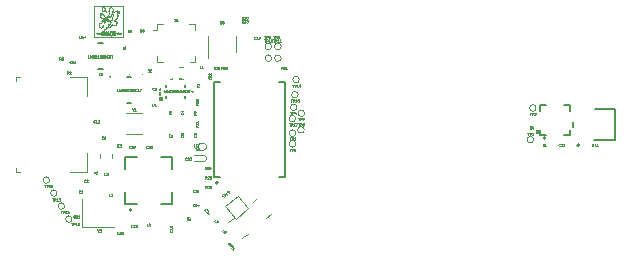
<source format=gto>
G04 #@! TF.GenerationSoftware,KiCad,Pcbnew,(5.1.5-0-10_14)*
G04 #@! TF.CreationDate,2020-08-04T13:19:53-04:00*
G04 #@! TF.ProjectId,shio,7368696f-2e6b-4696-9361-645f70636258,rev?*
G04 #@! TF.SameCoordinates,Original*
G04 #@! TF.FileFunction,Legend,Top*
G04 #@! TF.FilePolarity,Positive*
%FSLAX46Y46*%
G04 Gerber Fmt 4.6, Leading zero omitted, Abs format (unit mm)*
G04 Created by KiCad (PCBNEW (5.1.5-0-10_14)) date 2020-08-04 13:19:53*
%MOMM*%
%LPD*%
G04 APERTURE LIST*
%ADD10C,0.000011*%
%ADD11C,0.127000*%
%ADD12C,0.200000*%
%ADD13C,0.100000*%
%ADD14C,0.120000*%
%ADD15C,0.050000*%
%ADD16C,0.152400*%
%ADD17C,0.150000*%
%ADD18C,0.015000*%
G04 APERTURE END LIST*
D10*
X145708149Y-91273027D02*
X145708149Y-89945527D01*
X145708149Y-92600527D02*
X145708149Y-91273027D01*
X144944636Y-90313027D02*
G75*
G02X144946282Y-90328336I-40299J-12075D01*
G01*
X144921474Y-90259097D02*
G75*
G02X144944637Y-90313028I-222732J-127603D01*
G01*
X144942658Y-90344949D02*
G75*
G02X144933779Y-90362486I-79671J29320D01*
G01*
X144946282Y-90328337D02*
G75*
G02X144942658Y-90344949I-61693J4758D01*
G01*
X143293149Y-92600527D02*
X144500649Y-92600527D01*
X144265254Y-90247505D02*
G75*
G02X144296831Y-90319382I-476867J-252369D01*
G01*
X144225296Y-90184297D02*
G75*
G02X144265255Y-90247505I-389639J-290562D01*
G01*
X144176263Y-90128247D02*
G75*
G02X144225295Y-90184297I-334220J-341849D01*
G01*
X144496432Y-91255982D02*
G75*
G02X144531608Y-91246618I37747J-71047D01*
G01*
X144531608Y-91246619D02*
G75*
G02X144576130Y-91252801I4247J-132818D01*
G01*
X144576130Y-91252801D02*
G75*
G02X144628383Y-91274577I-98806J-310671D01*
G01*
X144702475Y-91313319D02*
X144628383Y-91274577D01*
X144678202Y-91360673D02*
X144702475Y-91313319D01*
X144665894Y-91383230D02*
X144678202Y-91360673D01*
X144648461Y-91412535D02*
X144665894Y-91383230D01*
X144629237Y-91443259D02*
X144648461Y-91412535D01*
X144611039Y-91470729D02*
X144629237Y-91443259D01*
X144582024Y-91514621D02*
X144611039Y-91470729D01*
X144570630Y-91537694D02*
G75*
G02X144582024Y-91514621I110530J-40231D01*
G01*
X144574173Y-91543858D02*
G75*
G02X144570630Y-91537693I826J4575D01*
G01*
X144585180Y-91541770D02*
G75*
G02X144574172Y-91543858I-8226J13310D01*
G01*
X144585180Y-91541770D02*
G75*
G02X144590414Y-91547255I2037J-3296D01*
G01*
X144590414Y-91547255D02*
G75*
G02X144559186Y-91587224I-333088J228059D01*
G01*
X144498302Y-91651750D02*
X144559186Y-91587224D01*
X144431299Y-91715076D02*
X144498302Y-91651750D01*
X144392230Y-91751611D02*
X144431299Y-91715076D01*
X144360698Y-91784619D02*
X144392230Y-91751611D01*
X144336925Y-91812571D02*
X144360698Y-91784619D01*
X144336342Y-91821649D02*
G75*
G02X144336925Y-91812571I6681J4129D01*
G01*
X144336342Y-91821650D02*
G75*
G02X144338404Y-91826946I-13333J-8240D01*
G01*
X144338404Y-91826946D02*
G75*
G02X144337733Y-91831450I-6766J-1294D01*
G01*
X144337734Y-91831450D02*
G75*
G02X144334431Y-91834457I-5804J3056D01*
G01*
X144334431Y-91834458D02*
G75*
G02X144329034Y-91835527I-5397J13087D01*
G01*
X144322971Y-91836968D02*
G75*
G02X144329034Y-91835527I6063J-12036D01*
G01*
X144317800Y-91841034D02*
G75*
G02X144322971Y-91836967I12623J-10729D01*
G01*
X144314319Y-91847115D02*
G75*
G02X144317800Y-91841034I18023J-6279D01*
G01*
X145018459Y-91614873D02*
G75*
G02X145038407Y-91611500I36470J-155033D01*
G01*
X145038408Y-91611501D02*
G75*
G02X145060284Y-91610322I22685J-217497D01*
G01*
X145083846Y-91609609D02*
X145060284Y-91610322D01*
X145108862Y-91607635D02*
X145083846Y-91609609D01*
X145131717Y-91604807D02*
X145108862Y-91607635D01*
X145147910Y-91601461D02*
G75*
G02X145131717Y-91604807I-36726J136890D01*
G01*
X144500649Y-89945527D02*
X143293149Y-89945527D01*
X145708149Y-89945527D02*
X144500649Y-89945527D01*
X143978837Y-91810295D02*
G75*
G02X143947452Y-91841713I-214816J183206D01*
G01*
X144005290Y-91773651D02*
G75*
G02X143978837Y-91810295I-239271J144858D01*
G01*
X144013149Y-91745496D02*
G75*
G02X144005290Y-91773651I-54365J0D01*
G01*
X144013149Y-91745496D02*
G75*
G02X144021140Y-91710296I81520J0D01*
G01*
X144077862Y-91594633D02*
X144021140Y-91710296D01*
X144137261Y-91478758D02*
X144077862Y-91594633D01*
X144137260Y-91478758D02*
G75*
G02X144158521Y-91456031I51668J-27027D01*
G01*
X144166037Y-91449234D02*
G75*
G02X144158521Y-91456031I-21756J16503D01*
G01*
X144172383Y-91438706D02*
G75*
G02X144166037Y-91449234I-52412J24414D01*
G01*
X144176692Y-91426315D02*
G75*
G02X144172383Y-91438706I-63143J15015D01*
G01*
X144178148Y-91413896D02*
G75*
G02X144176692Y-91426315I-53682J0D01*
G01*
X144177063Y-91402743D02*
G75*
G02X144178149Y-91413896I-56711J-11153D01*
G01*
X144173655Y-91395186D02*
G75*
G02X144177062Y-91402743I-14477J-11074D01*
G01*
X144168537Y-91392178D02*
G75*
G02X144173655Y-91395185I-1135J-7791D01*
G01*
X144162493Y-91393431D02*
G75*
G02X144168537Y-91392178I4743J-7674D01*
G01*
X144162493Y-91393432D02*
G75*
G02X144159965Y-91391521I-893J1446D01*
G01*
X144159965Y-91391521D02*
G75*
G02X144164753Y-91378623I84130J-23894D01*
G01*
X144175832Y-91357082D02*
X144164753Y-91378623D01*
X144192170Y-91329433D02*
X144175832Y-91357082D01*
X144243640Y-91234483D02*
G75*
G02X144192170Y-91329433I-890314J421194D01*
G01*
X144327137Y-91053289D02*
X144243641Y-91234483D01*
X144416672Y-90852621D02*
X144327137Y-91053289D01*
X144413572Y-90835951D02*
G75*
G02X144416672Y-90852621I-10594J-10593D01*
G01*
X144408917Y-90836223D02*
G75*
G02X144413572Y-90835951I2448J-1934D01*
G01*
X144394444Y-90855404D02*
X144408916Y-90836223D01*
X144377419Y-90880766D02*
X144394444Y-90855404D01*
X144358571Y-90912289D02*
X144377419Y-90880766D01*
X144888251Y-90424008D02*
G75*
G02X144919797Y-90380528I219484J-126056D01*
G01*
X144933780Y-90362487D02*
G75*
G02X144919797Y-90380528I-127624J84474D01*
G01*
X145170178Y-91587319D02*
G75*
G02X145147910Y-91601462I-33695J28451D01*
G01*
X145185567Y-91560034D02*
G75*
G02X145170177Y-91587319I-79533J26876D01*
G01*
X145189516Y-91529982D02*
G75*
G02X145185567Y-91560033I-77975J-5037D01*
G01*
X145179524Y-91507903D02*
G75*
G02X145189516Y-91529982I-24294J-24294D01*
G01*
X144591856Y-90351869D02*
G75*
G02X144602190Y-90371182I-17919J-22009D01*
G01*
X144602191Y-90371181D02*
G75*
G02X144603540Y-90414882I-338919J-32340D01*
G01*
X144603540Y-90414882D02*
G75*
G02X144592956Y-90503880I-527579J17614D01*
G01*
X144565112Y-90615708D02*
X144592956Y-90503880D01*
X143913873Y-90561673D02*
G75*
G02X143918742Y-90564934I-5809J-13939D01*
G01*
X143908149Y-90560528D02*
G75*
G02X143913873Y-90561673I0J-14881D01*
G01*
X143902424Y-90561673D02*
G75*
G02X143908149Y-90560528I5724J-13736D01*
G01*
X143897555Y-90564934D02*
G75*
G02X143902424Y-90561673I10678J-10678D01*
G01*
X143894294Y-90569803D02*
G75*
G02X143897555Y-90564934I13939J-5809D01*
G01*
X143893149Y-90575527D02*
G75*
G02X143894294Y-90569803I14881J0D01*
G01*
X143894294Y-90581252D02*
G75*
G02X143893149Y-90575528I13736J5724D01*
G01*
X143897555Y-90586121D02*
G75*
G02X143894294Y-90581252I10678J10678D01*
G01*
X143902424Y-90589382D02*
G75*
G02X143897555Y-90586121I5809J13939D01*
G01*
X143908148Y-90590527D02*
G75*
G02X143902424Y-90589382I0J14881D01*
G01*
X143913874Y-90589383D02*
G75*
G02X143908149Y-90590528I-5725J13737D01*
G01*
X143918742Y-90586121D02*
G75*
G02X143913873Y-90589382I-10678J10678D01*
G01*
X143922003Y-90581252D02*
G75*
G02X143918742Y-90586121I-13939J5809D01*
G01*
X143923148Y-90575528D02*
G75*
G02X143922003Y-90581252I-14881J0D01*
G01*
X145447332Y-90444409D02*
G75*
G02X145467653Y-90474459I-174503J-139900D01*
G01*
X145428509Y-90431412D02*
G75*
G02X145447332Y-90444409I-12309J-37956D01*
G01*
X145409110Y-90432835D02*
G75*
G02X145428509Y-90431412I11446J-23102D01*
G01*
X145387390Y-90448429D02*
G75*
G02X145409110Y-90432834I58361J-58361D01*
G01*
X145369563Y-90468629D02*
G75*
G02X145387390Y-90448429I170738J-132712D01*
G01*
X145365501Y-90481894D02*
G75*
G02X145369563Y-90468630I19461J1294D01*
G01*
X145369952Y-90498755D02*
G75*
G02X145365501Y-90481894I41215J19898D01*
G01*
X145393954Y-90547107D02*
X145369952Y-90498755D01*
X145418315Y-90587177D02*
G75*
G02X145393954Y-90547107I256214J183209D01*
G01*
X145439171Y-90599134D02*
G75*
G02X145418315Y-90587177I2628J28750D01*
G01*
X145458024Y-90589840D02*
G75*
G02X145439171Y-90599134I-17020J10757D01*
G01*
X145475153Y-90554531D02*
G75*
G02X145458024Y-90589841I-165564J58508D01*
G01*
X145480761Y-90533028D02*
G75*
G02X145475153Y-90554531I-129625J22323D01*
G01*
X145481498Y-90513937D02*
G75*
G02X145480761Y-90533028I-72284J-6770D01*
G01*
X145477222Y-90495127D02*
G75*
G02X145481498Y-90513937I-69709J-25739D01*
G01*
X145467653Y-90474459D02*
G75*
G02X145477221Y-90495127I-124364J-70122D01*
G01*
X145283549Y-90371544D02*
G75*
G02X145294044Y-90389254I-46783J-39690D01*
G01*
X145270981Y-90366879D02*
G75*
G02X145283549Y-90371545I2130J-13521D01*
G01*
X145256978Y-90374987D02*
G75*
G02X145270981Y-90366879I17499J-14077D01*
G01*
X145242128Y-90397435D02*
G75*
G02X145256978Y-90374986I127731J-68360D01*
G01*
X145235297Y-90421182D02*
G75*
G02X145242128Y-90397435I58762J-4046D01*
G01*
X145241510Y-90439893D02*
G75*
G02X145235297Y-90421182I19695J16927D01*
G01*
X145258953Y-90448642D02*
G75*
G02X145241511Y-90439893I1746J25241D01*
G01*
X145283038Y-90445034D02*
G75*
G02X145258952Y-90448642I-20195J52626D01*
G01*
X145296019Y-90437346D02*
G75*
G02X145283038Y-90445035I-29112J34348D01*
G01*
X145301974Y-90427213D02*
G75*
G02X145296020Y-90437346I-17463J3446D01*
G01*
X145301523Y-90412506D02*
G75*
G02X145301974Y-90427213I-31840J-8336D01*
G01*
X145294043Y-90389255D02*
G75*
G02X145301523Y-90412506I-206754J-79338D01*
G01*
X144142318Y-90096093D02*
X144176263Y-90128248D01*
X144313099Y-91854277D02*
G75*
G02X144314320Y-91847116I21947J-58D01*
G01*
X144313099Y-91854277D02*
G75*
G02X144308819Y-91864576I-14629J40D01*
G01*
X144286212Y-91885913D02*
X144308819Y-91864576D01*
X145354058Y-90549872D02*
G75*
G02X145350982Y-90562859I-27405J-367D01*
G01*
X145350680Y-90536740D02*
G75*
G02X145354058Y-90549871I-25331J-13517D01*
G01*
X145339055Y-90517803D02*
G75*
G02X145350680Y-90536740I-150683J-105543D01*
G01*
X145327971Y-90505415D02*
G75*
G02X145339054Y-90517803I-46352J-52618D01*
G01*
X145313424Y-90494853D02*
G75*
G02X145327972Y-90505415I-48636J-82286D01*
G01*
X145297799Y-90487558D02*
G75*
G02X145313424Y-90494852I-29639J-83875D01*
G01*
X145283548Y-90484997D02*
G75*
G02X145297799Y-90487559I-726J-44946D01*
G01*
X145283548Y-90484996D02*
G75*
G02X145268264Y-90483274I1296J80210D01*
G01*
X145268264Y-90483274D02*
G75*
G02X145249297Y-90478323I42981J203468D01*
G01*
X145249297Y-90478323D02*
G75*
G02X145229914Y-90471275I66391J212754D01*
G01*
X145229914Y-90471276D02*
G75*
G02X145213148Y-90463028I57906J138873D01*
G01*
X145174216Y-90446138D02*
G75*
G02X145213148Y-90463028I-57009J-184722D01*
G01*
X145141034Y-90443534D02*
G75*
G02X145174216Y-90446137I10798J-75134D01*
G01*
X145106988Y-90455418D02*
G75*
G02X145141035Y-90443534I47413J-81126D01*
G01*
X145064605Y-90484374D02*
G75*
G02X145106988Y-90455417I226287J-285712D01*
G01*
X145064605Y-90484375D02*
G75*
G02X144991869Y-90536990I-639307J807191D01*
G01*
X145063856Y-91258689D02*
X145119248Y-91287194D01*
X145063856Y-91258690D02*
G75*
G02X145042020Y-91237746I29640J52758D01*
G01*
X145042020Y-91237745D02*
G75*
G02X145041007Y-91230745I7550J4666D01*
G01*
X145041007Y-91230745D02*
G75*
G02X145045221Y-91220301I46356J-12634D01*
G01*
X145045222Y-91220302D02*
G75*
G02X145053293Y-91208456I64823J-35497D01*
G01*
X145053293Y-91208455D02*
G75*
G02X145064382Y-91196910I87892J-73322D01*
G01*
X144126558Y-90085988D02*
G75*
G02X144142318Y-90096093I-21138J-50309D01*
G01*
X144111690Y-90084517D02*
G75*
G02X144126558Y-90085988I5051J-24836D01*
G01*
X144088149Y-90091225D02*
G75*
G02X144111690Y-90084517I55263J-149274D01*
G01*
X144059364Y-90104369D02*
G75*
G02X144088149Y-90091226I103322J-188193D01*
G01*
X144042617Y-90118713D02*
G75*
G02X144059364Y-90104369I42665J-32864D01*
G01*
X144037921Y-90133683D02*
G75*
G02X144042617Y-90118713I22705J1098D01*
G01*
X144458773Y-91293511D02*
G75*
G02X144447932Y-91293578I-5464J6975D01*
G01*
X144471220Y-91279600D02*
G75*
G02X144458774Y-91293511I-45251J27966D01*
G01*
X144471220Y-91279601D02*
G75*
G02X144496432Y-91255982I56221J-34747D01*
G01*
X145179524Y-91507902D02*
G75*
G02X145175281Y-91499429I10615J10615D01*
G01*
X145175281Y-91499430D02*
G75*
G02X145175611Y-91487555I34550J4982D01*
G01*
X145175611Y-91487554D02*
G75*
G02X145180519Y-91472904I61022J-12294D01*
G01*
X144156468Y-90793294D02*
X144182598Y-90819627D01*
X144125282Y-90760652D02*
X144156468Y-90793294D01*
X144094198Y-90727218D02*
X144125282Y-90760652D01*
X144068293Y-90698342D02*
X144094198Y-90727218D01*
X143922004Y-90569803D02*
G75*
G02X143923149Y-90575528I-13737J-5724D01*
G01*
X143918742Y-90564934D02*
G75*
G02X143922003Y-90569803I-10678J-10678D01*
G01*
X144119147Y-91107030D02*
X144072764Y-91196206D01*
X144240145Y-90876226D02*
X144119147Y-91107030D01*
X144182598Y-90819627D02*
X144240145Y-90876226D01*
X144020475Y-90215109D02*
G75*
G02X144029353Y-90190970I205966J-62053D01*
G01*
X144012783Y-90246947D02*
G75*
G02X144020475Y-90215109I289982J-53210D01*
G01*
X144007267Y-90284533D02*
X144012783Y-90246947D01*
X144003549Y-90356332D02*
G75*
G02X144007267Y-90284533I618017J3992D01*
G01*
X144015658Y-90392830D02*
G75*
G02X144003549Y-90356332I50164J36900D01*
G01*
X144043027Y-90406013D02*
G75*
G02X144015658Y-90392830I-1259J32390D01*
G01*
X144090074Y-90397104D02*
G75*
G02X144043027Y-90406013I-53341J153012D01*
G01*
X144090074Y-90397104D02*
G75*
G02X144111316Y-90390753I81259J-233100D01*
G01*
X144135880Y-90385397D02*
X144111316Y-90390753D01*
X144159892Y-90381703D02*
X144135880Y-90385397D01*
X144159892Y-90381704D02*
G75*
G02X144179236Y-90380528I19344J-158520D01*
G01*
X144179236Y-90380527D02*
G75*
G02X144217452Y-90389267I0J-87925D01*
G01*
X144217452Y-90389267D02*
G75*
G02X144262275Y-90416580I-117047J-242525D01*
G01*
X144262275Y-90416579D02*
G75*
G02X144301207Y-90452298I-163103J-216852D01*
G01*
X144301207Y-90452299D02*
G75*
G02X144321216Y-90487317I-71430J-64039D01*
G01*
X144331585Y-90507971D02*
G75*
G02X144321216Y-90487317I59663J42882D01*
G01*
X144337539Y-90506037D02*
G75*
G02X144331585Y-90507971I-3286J-16D01*
G01*
X144333737Y-90464340D02*
G75*
G02X144337539Y-90506037I-239386J-42850D01*
G01*
X144320809Y-90401376D02*
X144333737Y-90464341D01*
X144296832Y-90319383D02*
G75*
G02X144320809Y-90401376I-711395J-252537D01*
G01*
X144876343Y-90187079D02*
X144921473Y-90259097D01*
X144826973Y-90120141D02*
X144876343Y-90187079D01*
X144934016Y-91636411D02*
G75*
G02X144918095Y-91624724I22259J47013D01*
G01*
X144952327Y-91640526D02*
G75*
G02X144934016Y-91636410I0J42790D01*
G01*
X144966041Y-91639418D02*
G75*
G02X144952327Y-91640527I-13714J84245D01*
G01*
X144979099Y-91636121D02*
G75*
G02X144966041Y-91639418I-25657J74100D01*
G01*
X144989700Y-91631288D02*
G75*
G02X144979099Y-91636120I-30850J53649D01*
G01*
X143293149Y-91273027D02*
X143293149Y-92600527D01*
X144792156Y-90089827D02*
G75*
G02X144826973Y-90120141I-64580J-109325D01*
G01*
X143293149Y-89945527D02*
X143293149Y-91273027D01*
X144338452Y-90944838D02*
X144358571Y-90912289D01*
X144338452Y-90944838D02*
G75*
G02X144319725Y-90969396I-201282J134066D01*
G01*
X144319725Y-90969397D02*
G75*
G02X144303877Y-90985143I-115212J100110D01*
G01*
X144303877Y-90985143D02*
G75*
G02X144294643Y-90985861I-5108J5957D01*
G01*
X144288673Y-90982768D02*
G75*
G02X144294643Y-90985861I-17455J-40996D01*
G01*
X144285973Y-90983442D02*
G75*
G02X144288673Y-90982768I1796J-1450D01*
G01*
X144285589Y-90986466D02*
G75*
G02X144285973Y-90983442I2643J1201D01*
G01*
X144288997Y-90992854D02*
G75*
G02X144285589Y-90986465I48440J29938D01*
G01*
X144288996Y-90992854D02*
G75*
G02X144291616Y-91015790I-23060J-14252D01*
G01*
X144291616Y-91015789D02*
G75*
G02X144274969Y-91052265I-186333J63007D01*
G01*
X144274968Y-91052264D02*
G75*
G02X144238800Y-91106547I-489800J287159D01*
G01*
X144170649Y-91194715D02*
X144238800Y-91106547D01*
X144112403Y-91262818D02*
X144170649Y-91194715D01*
X144112403Y-91262817D02*
G75*
G02X144055055Y-91319072I-581765J535716D01*
G01*
X144055055Y-91319072D02*
G75*
G02X144010354Y-91353963I-302473J341436D01*
G01*
X144010354Y-91353962D02*
G75*
G02X143998149Y-91347529I-4407J6433D01*
G01*
X143998149Y-91347529D02*
G75*
G02X143999844Y-91340353I16040J0D01*
G01*
X144033692Y-91272884D02*
X143999844Y-91340353D01*
X144072764Y-91196206D02*
X144033692Y-91272884D01*
X144798217Y-90763828D02*
G75*
G02X144891203Y-90698146I738395J-946688D01*
G01*
X144891203Y-90698146D02*
G75*
G02X144918511Y-90708418I9802J-15376D01*
G01*
X144918510Y-90708418D02*
G75*
G02X144918633Y-90762073I-92731J-27039D01*
G01*
X144857616Y-90967542D02*
X144918633Y-90762073D01*
X144803981Y-91142056D02*
X144857616Y-90967542D01*
X144673861Y-91148277D02*
X144803981Y-91142056D01*
X144570531Y-91158739D02*
G75*
G02X144673861Y-91148277I150027J-966249D01*
G01*
X144498773Y-91180196D02*
G75*
G02X144570532Y-91158739I113977J-250449D01*
G01*
X144455852Y-91212436D02*
G75*
G02X144498773Y-91180197I94526J-81157D01*
G01*
X144439135Y-91255100D02*
G75*
G02X144455851Y-91212436I69437J-2600D01*
G01*
X144440453Y-91280794D02*
G75*
G02X144439135Y-91255100I143822J20260D01*
G01*
X144447931Y-91293578D02*
G75*
G02X144440453Y-91280793I11842J15506D01*
G01*
X144632983Y-90891101D02*
G75*
G02X144655805Y-90872578I211221J-236917D01*
G01*
X144682883Y-90852354D02*
X144655805Y-90872578D01*
X144720261Y-90823948D02*
X144682883Y-90852354D01*
X144760672Y-90792942D02*
X144720261Y-90823948D01*
X144798216Y-90763828D02*
X144760672Y-90792942D01*
X144763180Y-90669441D02*
G75*
G02X144770406Y-90640218I63414J-176D01*
G01*
X144829406Y-90529447D02*
X144770406Y-90640218D01*
X144888251Y-90424008D02*
X144829406Y-90529447D01*
X144554918Y-92148757D02*
G75*
G02X144561375Y-92156571I-37873J-37873D01*
G01*
X144547105Y-92142299D02*
G75*
G02X144554918Y-92148757I-30060J-44331D01*
G01*
X144539086Y-92138340D02*
G75*
G02X144547104Y-92142300I-10350J-31048D01*
G01*
X144531844Y-92137200D02*
G75*
G02X144539086Y-92138339I216J-22217D01*
G01*
X144526899Y-92139277D02*
G75*
G02X144531844Y-92137200I5014J-5014D01*
G01*
X144524822Y-92144222D02*
G75*
G02X144526899Y-92139277I7091J-69D01*
G01*
X144525961Y-92151464D02*
G75*
G02X144524822Y-92144222I21078J7026D01*
G01*
X144529922Y-92159482D02*
G75*
G02X144525961Y-92151464I27088J18368D01*
G01*
X144536379Y-92167296D02*
G75*
G02X144529922Y-92159482I37873J37873D01*
G01*
X144544192Y-92173754D02*
G75*
G02X144536379Y-92167296I30060J44331D01*
G01*
X144552211Y-92177713D02*
G75*
G02X144544193Y-92173753I10350J31048D01*
G01*
X144559453Y-92178853D02*
G75*
G02X144552211Y-92177714I-216J22217D01*
G01*
X144564398Y-92176776D02*
G75*
G02X144559453Y-92178853I-5014J5014D01*
G01*
X144566476Y-92171831D02*
G75*
G02X144564399Y-92176777I-7092J69D01*
G01*
X144565336Y-92164589D02*
G75*
G02X144566475Y-92171831I-21078J-7026D01*
G01*
X145020312Y-92107293D02*
G75*
G02X145033148Y-92120582I-461J-13289D01*
G01*
X144985665Y-92112262D02*
G75*
G02X145020312Y-92107292I31204J-94271D01*
G01*
X144939427Y-92133620D02*
G75*
G02X144985665Y-92112263I117171J-192937D01*
G01*
X144895645Y-92166096D02*
G75*
G02X144939427Y-92133620I197051J-219900D01*
G01*
X144858214Y-92202450D02*
X144895645Y-92166097D01*
X144840614Y-92228496D02*
G75*
G02X144858214Y-92202450I86717J-39628D01*
G01*
X144831695Y-92259928D02*
G75*
G02X144840614Y-92228496I106962J-13372D01*
G01*
X144826241Y-92317972D02*
X144831695Y-92259928D01*
X144824315Y-92370600D02*
X144826241Y-92317972D01*
X144827292Y-92403189D02*
G75*
G02X144824315Y-92370600I158875J30939D01*
G01*
X144836091Y-92428421D02*
G75*
G02X144827291Y-92403190I83072J43123D01*
G01*
X144852786Y-92454276D02*
G75*
G02X144836091Y-92428421I127980J100956D01*
G01*
X144871807Y-92474654D02*
G75*
G02X144852786Y-92454277I112825J124384D01*
G01*
X144890617Y-92487023D02*
G75*
G02X144871807Y-92474654I30167J66363D01*
G01*
X144913052Y-92493481D02*
G75*
G02X144890617Y-92487022I10695J79341D01*
G01*
X144943531Y-92495526D02*
G75*
G02X144913052Y-92493481I1J228156D01*
G01*
X144999570Y-92490294D02*
G75*
G02X144943531Y-92495527I-56039J297440D01*
G01*
X145042461Y-92474331D02*
G75*
G02X144999570Y-92490294I-67922J116898D01*
G01*
X145080029Y-92443832D02*
G75*
G02X145042462Y-92474330I-116027J104533D01*
G01*
X145119972Y-92393006D02*
G75*
G02X145080028Y-92443832I-397220J271060D01*
G01*
X145158211Y-92316170D02*
G75*
G02X145119972Y-92393006I-297727J100237D01*
G01*
X145163470Y-92246750D02*
G75*
G02X145158211Y-92316170I-139056J-24374D01*
G01*
X145135295Y-92190296D02*
G75*
G02X145163471Y-92246751I-80710J-75540D01*
G01*
X145077418Y-92150223D02*
G75*
G02X145135295Y-92190296I-63753J-153912D01*
G01*
X145060460Y-92142376D02*
X145077417Y-92150224D01*
X145060460Y-92142375D02*
G75*
G02X145046152Y-92133952I65481J127583D01*
G01*
X145046153Y-92133953D02*
G75*
G02X145035668Y-92126029I64001J95584D01*
G01*
X145035667Y-92126029D02*
G75*
G02X145033148Y-92120582I4629J5447D01*
G01*
X144871614Y-92114785D02*
G75*
G02X144875649Y-92120527I-46590J-37029D01*
G01*
X144867159Y-92109933D02*
G75*
G02X144871614Y-92114785I-31768J-33641D01*
G01*
X144862924Y-92106510D02*
G75*
G02X144867158Y-92109933I-20114J-29207D01*
G01*
X144859763Y-92105527D02*
G75*
G02X144862924Y-92106510I0J-5573D01*
G01*
X144857234Y-92106644D02*
G75*
G02X144859763Y-92105527I2529J-2305D01*
G01*
X144855091Y-92109932D02*
G75*
G02X144857234Y-92106643I11140J-4913D01*
G01*
X144853635Y-92114784D02*
G75*
G02X144855092Y-92109933I20286J-3452D01*
G01*
X144853149Y-92120527D02*
G75*
G02X144853634Y-92114784I34229J0D01*
G01*
X144854365Y-92126250D02*
G75*
G02X144853149Y-92120527I12861J5724D01*
G01*
X144857814Y-92131121D02*
G75*
G02X144854364Y-92126250I10433J11049D01*
G01*
X144862970Y-92134384D02*
G75*
G02X144857815Y-92131120I5808J14874D01*
G01*
X144869034Y-92135527D02*
G75*
G02X144862970Y-92134385I0J16673D01*
G01*
X144874358Y-92134353D02*
G75*
G02X144869034Y-92135527I-5324J11483D01*
G01*
X144877529Y-92131120D02*
G75*
G02X144874358Y-92134352I-5870J2589D01*
G01*
X144877997Y-92126257D02*
G75*
G02X144877530Y-92131120I-7579J-1727D01*
G01*
X144875648Y-92120527D02*
G75*
G02X144877996Y-92126258I-16056J-9923D01*
G01*
X144783010Y-92133562D02*
G75*
G02X144783299Y-92158027I-190850J-14484D01*
G01*
X144778000Y-92120331D02*
G75*
G02X144783010Y-92133561I-19970J-15126D01*
G01*
X144766970Y-92112721D02*
G75*
G02X144778000Y-92120331I-6020J-20524D01*
G01*
X144745715Y-92108406D02*
G75*
G02X144766969Y-92112720I-14666J-126792D01*
G01*
X144722597Y-92109061D02*
G75*
G02X144745716Y-92108407I13825J-79691D01*
G01*
X144708253Y-92117436D02*
G75*
G02X144722597Y-92109062I18409J-15061D01*
G01*
X144697098Y-92137586D02*
G75*
G02X144708253Y-92117436I60917J-20560D01*
G01*
X144681688Y-92186672D02*
X144697098Y-92137586D01*
X144671760Y-92222014D02*
X144681688Y-92186672D01*
X144661856Y-92259672D02*
X144671760Y-92222014D01*
X144653330Y-92294226D02*
X144661856Y-92259672D01*
X144648012Y-92318791D02*
X144653330Y-92294226D01*
X144648012Y-92318791D02*
G75*
G02X144643139Y-92338447I-195608J38064D01*
G01*
X144643139Y-92338447D02*
G75*
G02X144636430Y-92356801I-165440J50065D01*
G01*
X144636431Y-92356801D02*
G75*
G02X144628992Y-92371607I-129923J56001D01*
G01*
X144628993Y-92371607D02*
G75*
G02X144622040Y-92379047I-19556J11305D01*
G01*
X144615292Y-92384168D02*
G75*
G02X144622040Y-92379047I48019J-56264D01*
G01*
X144614172Y-92387450D02*
G75*
G02X144615292Y-92384168I3326J697D01*
G01*
X144616525Y-92389666D02*
G75*
G02X144614172Y-92387450I415J2797D01*
G01*
X144624399Y-92390297D02*
G75*
G02X144616525Y-92389667I716J58473D01*
G01*
X144624399Y-92390297D02*
G75*
G02X144631559Y-92393159I-132J-10717D01*
G01*
X144631559Y-92393159D02*
G75*
G02X144637641Y-92401215I-19618J-21134D01*
G01*
X144637641Y-92401215D02*
G75*
G02X144641765Y-92413113I-41069J-20899D01*
G01*
X144641766Y-92413113D02*
G75*
G02X144643149Y-92427141I-70432J-14028D01*
G01*
X144647601Y-92454989D02*
G75*
G02X144643149Y-92427141I84879J27848D01*
G01*
X144660636Y-92472689D02*
G75*
G02X144647600Y-92454990I20381J28663D01*
G01*
X144685079Y-92482667D02*
G75*
G02X144660637Y-92472688I9039J57066D01*
G01*
X144726725Y-92486569D02*
G75*
G02X144685079Y-92482667I9770J328492D01*
G01*
X144775749Y-92488027D02*
X144726725Y-92486568D01*
X144778349Y-92345527D02*
X144775749Y-92488027D01*
X144779517Y-92287670D02*
X144778349Y-92345527D01*
X144780876Y-92231667D02*
X144779517Y-92287670D01*
X144782233Y-92183829D02*
X144780876Y-92231667D01*
X144783299Y-92158027D02*
X144782233Y-92183829D01*
X144380272Y-92131115D02*
G75*
G02X144376728Y-92204159I-573870J-8760D01*
G01*
X144362603Y-92112964D02*
G75*
G02X144380272Y-92131115I-777J-18432D01*
G01*
X144334352Y-92127498D02*
G75*
G02X144362602Y-92112964I26898J-17562D01*
G01*
X144291196Y-92200556D02*
G75*
G02X144334351Y-92127498I835273J-444118D01*
G01*
X144275969Y-92233680D02*
G75*
G02X144291196Y-92200556I293739J-114962D01*
G01*
X144261633Y-92274450D02*
X144275970Y-92233680D01*
X144250185Y-92316089D02*
X144261633Y-92274450D01*
X144243850Y-92351881D02*
G75*
G02X144250185Y-92316089I310281J-36468D01*
G01*
X144239896Y-92396817D02*
X144243849Y-92351881D01*
X144241749Y-92423320D02*
G75*
G02X144239896Y-92396817I101753J20434D01*
G01*
X144249855Y-92443298D02*
G75*
G02X144241750Y-92423320I48685J31383D01*
G01*
X144266300Y-92463679D02*
G75*
G02X144249854Y-92443299I87177J87177D01*
G01*
X144281174Y-92475868D02*
G75*
G02X144266300Y-92463678I54034J81097D01*
G01*
X144299508Y-92486172D02*
G75*
G02X144281174Y-92475869I58683J125896D01*
G01*
X144318343Y-92493227D02*
G75*
G02X144299508Y-92486171I35853J124380D01*
G01*
X144334626Y-92495527D02*
G75*
G02X144318344Y-92493227I-1J58784D01*
G01*
X144353947Y-92493856D02*
G75*
G02X144334625Y-92495527I-19322J110863D01*
G01*
X144363607Y-92488019D02*
G75*
G02X144353947Y-92493855I-12333J9502D01*
G01*
X144367560Y-92476600D02*
G75*
G02X144363608Y-92488019I-19019J189D01*
G01*
X144366403Y-92454276D02*
G75*
G02X144367559Y-92476600I-180189J-20526D01*
G01*
X144366403Y-92454276D02*
G75*
G02X144366752Y-92425522I114089J12995D01*
G01*
X144366752Y-92425522D02*
G75*
G02X144374455Y-92399753I87514J-12125D01*
G01*
X144374456Y-92399754D02*
G75*
G02X144387613Y-92381859I52916J-25124D01*
G01*
X144387613Y-92381859D02*
G75*
G02X144403793Y-92375527I16180J-17507D01*
G01*
X144403794Y-92375526D02*
G75*
G02X144409051Y-92378314I-1J-6352D01*
G01*
X144409050Y-92378314D02*
G75*
G02X144415217Y-92389043I-69034J-46811D01*
G01*
X144415218Y-92389043D02*
G75*
G02X144421129Y-92403913I-104684J-50228D01*
G01*
X144421129Y-92403913D02*
G75*
G02X144425871Y-92421540I-186556J-59643D01*
G01*
X144431457Y-92439805D02*
G75*
G02X144425871Y-92421540I110285J43715D01*
G01*
X144439839Y-92456658D02*
G75*
G02X144431457Y-92439805I95677J58100D01*
G01*
X144449590Y-92469823D02*
G75*
G02X144439840Y-92456658I66692J59584D01*
G01*
X144459232Y-92476478D02*
G75*
G02X144449590Y-92469824I8916J23234D01*
G01*
X144480599Y-92475312D02*
G75*
G02X144459232Y-92476477I-11984J23287D01*
G01*
X144501894Y-92457780D02*
G75*
G02X144480599Y-92475313I-51076J40337D01*
G01*
X144517685Y-92428706D02*
G75*
G02X144501894Y-92457780I-92113J31202D01*
G01*
X144523149Y-92395545D02*
G75*
G02X144517685Y-92428706I-103363J0D01*
G01*
X144523149Y-92395545D02*
G75*
G02X144526032Y-92379106I48307J0D01*
G01*
X144526031Y-92379106D02*
G75*
G02X144534374Y-92364035I51366J-18589D01*
G01*
X144534374Y-92364035D02*
G75*
G02X144548403Y-92350353I57757J-45187D01*
G01*
X144548404Y-92350353D02*
G75*
G02X144568149Y-92338027I85970J-115739D01*
G01*
X144602737Y-92317357D02*
G75*
G02X144568149Y-92338027I-185385J270939D01*
G01*
X144610893Y-92301584D02*
G75*
G02X144602736Y-92317357I-18740J-305D01*
G01*
X144601706Y-92288329D02*
G75*
G02X144610892Y-92301583I-5310J-13491D01*
G01*
X144567165Y-92277811D02*
G75*
G02X144601706Y-92288329I-48824J-222296D01*
G01*
X144567166Y-92277811D02*
G75*
G02X144542712Y-92270816I43763J199253D01*
G01*
X144542712Y-92270817D02*
G75*
G02X144530390Y-92262251I9527J26851D01*
G01*
X144530390Y-92262250D02*
G75*
G02X144525109Y-92249361I17619J14745D01*
G01*
X144525109Y-92249362D02*
G75*
G02X144525363Y-92227860I115779J9384D01*
G01*
X144524301Y-92177537D02*
G75*
G02X144525363Y-92227860I-198736J-29365D01*
G01*
X144506486Y-92153844D02*
G75*
G02X144524301Y-92177537I-12879J-28228D01*
G01*
X144484745Y-92160990D02*
G75*
G02X144506486Y-92153844I14740J-8199D01*
G01*
X144469759Y-92202492D02*
G75*
G02X144484746Y-92160990I135192J-25362D01*
G01*
X144469759Y-92202493D02*
G75*
G02X144458301Y-92241791I-205080J38474D01*
G01*
X144458301Y-92241790D02*
G75*
G02X144440704Y-92268646I-75689J30401D01*
G01*
X144440704Y-92268646D02*
G75*
G02X144418604Y-92281089I-32695J32225D01*
G01*
X144418604Y-92281089D02*
G75*
G02X144393919Y-92279438I-9672J40776D01*
G01*
X144393919Y-92279438D02*
G75*
G02X144382323Y-92271246I10335J26932D01*
G01*
X144382323Y-92271246D02*
G75*
G02X144375878Y-92258426I22825J19504D01*
G01*
X144375878Y-92258426D02*
G75*
G02X144374047Y-92237967I74253J16957D01*
G01*
X144376728Y-92204159D02*
X144374047Y-92237967D01*
X144920816Y-92104411D02*
G75*
G02X144918573Y-92113027I-39507J5684D01*
G01*
X144920403Y-92097136D02*
G75*
G02X144920816Y-92104411I-17778J-4658D01*
G01*
X144917487Y-92092364D02*
G75*
G02X144920403Y-92097136I-6471J-7231D01*
G01*
X144912678Y-92090527D02*
G75*
G02X144917486Y-92092364I0J-7211D01*
G01*
X144907137Y-92092259D02*
G75*
G02X144912678Y-92090527I5541J-7995D01*
G01*
X144902416Y-92097136D02*
G75*
G02X144907137Y-92092259I14662J-9468D01*
G01*
X144899232Y-92104424D02*
G75*
G02X144902416Y-92097136I23971J-6135D01*
G01*
X144898149Y-92113027D02*
G75*
G02X144899232Y-92104424I34696J1D01*
G01*
X144898575Y-92121649D02*
G75*
G02X144898148Y-92113027I86835J8623D01*
G01*
X144899881Y-92128917D02*
G75*
G02X144898576Y-92121649I45465J11912D01*
G01*
X144901765Y-92134085D02*
G75*
G02X144899880Y-92128917I26648J12644D01*
G01*
X144904044Y-92135526D02*
G75*
G02X144901765Y-92134085I0J2522D01*
G01*
X144906839Y-92134220D02*
G75*
G02X144904044Y-92135527I-2795J2336D01*
G01*
X144910743Y-92128917D02*
G75*
G02X144906838Y-92134220I-45103J29125D01*
G01*
X144914836Y-92121645D02*
G75*
G02X144910743Y-92128917I-61806J29996D01*
G01*
X144918573Y-92113027D02*
X144914836Y-92121645D01*
X144168328Y-92107705D02*
G75*
G02X144178776Y-92121699I-41094J-41578D01*
G01*
X144154543Y-92098002D02*
G75*
G02X144168328Y-92107705I-22019J-45929D01*
G01*
X144136641Y-92092395D02*
G75*
G02X144154543Y-92098002I-10452J-64750D01*
G01*
X144113870Y-92090582D02*
G75*
G02X144136641Y-92092395I166J-141853D01*
G01*
X144042290Y-92106932D02*
G75*
G02X144113871Y-92090583I71774J-149369D01*
G01*
X143980382Y-92153128D02*
G75*
G02X144042290Y-92106932I149057J-135171D01*
G01*
X143946592Y-92213110D02*
G75*
G02X143980382Y-92153128I148808J-44321D01*
G01*
X143952236Y-92268822D02*
G75*
G02X143946592Y-92213110I64861J34713D01*
G01*
X143971644Y-92294671D02*
G75*
G02X143952236Y-92268822I74312J76007D01*
G01*
X143998943Y-92315171D02*
G75*
G02X143971644Y-92294671I64749J114647D01*
G01*
X144027739Y-92326423D02*
G75*
G02X143998943Y-92315171I25071J106631D01*
G01*
X144051387Y-92324818D02*
G75*
G02X144027739Y-92326423I-14430J37602D01*
G01*
X144051387Y-92324819D02*
G75*
G02X144061196Y-92323556I7504J-19555D01*
G01*
X144061196Y-92323555D02*
G75*
G02X144073414Y-92326427I-5743J-51863D01*
G01*
X144073413Y-92326427D02*
G75*
G02X144086013Y-92332682I-22172J-60479D01*
G01*
X144086013Y-92332682D02*
G75*
G02X144097033Y-92341553I-35556J-55447D01*
G01*
X144097033Y-92341554D02*
G75*
G02X144110523Y-92356903I-112304J-112303D01*
G01*
X144110523Y-92356903D02*
G75*
G02X144112963Y-92366663I-9957J-7674D01*
G01*
X144112963Y-92366663D02*
G75*
G02X144107695Y-92376499I-17231J2900D01*
G01*
X144088305Y-92393416D02*
X144107695Y-92376499D01*
X144088305Y-92393416D02*
G75*
G02X144056980Y-92413090I-97340J120210D01*
G01*
X144056981Y-92413090D02*
G75*
G02X144028290Y-92419135I-27065J57349D01*
G01*
X144028290Y-92419135D02*
G75*
G02X144001447Y-92411488I1435J55977D01*
G01*
X144001448Y-92411488D02*
G75*
G02X143975649Y-92390527I55104J94178D01*
G01*
X143942206Y-92364721D02*
G75*
G02X143975649Y-92390527I-54984J-105831D01*
G01*
X143912296Y-92363704D02*
G75*
G02X143942205Y-92364721I13888J-31855D01*
G01*
X143898724Y-92384851D02*
G75*
G02X143912297Y-92363703I22610J418D01*
G01*
X143907900Y-92420060D02*
G75*
G02X143898724Y-92384850I68471J36644D01*
G01*
X143931730Y-92448738D02*
G75*
G02X143907900Y-92420061I58119J72535D01*
G01*
X143970397Y-92473183D02*
G75*
G02X143931730Y-92448739I89552J184468D01*
G01*
X144016651Y-92489877D02*
G75*
G02X143970397Y-92473183I55642J226588D01*
G01*
X144063350Y-92495527D02*
G75*
G02X144016651Y-92489877I0J195818D01*
G01*
X144116065Y-92481990D02*
G75*
G02X144063350Y-92495527I-52715J95869D01*
G01*
X144164999Y-92443068D02*
G75*
G02X144116065Y-92481989I-138397J123776D01*
G01*
X144197211Y-92391241D02*
G75*
G02X144164998Y-92443068I-163895J65944D01*
G01*
X144201913Y-92340596D02*
G75*
G02X144197211Y-92391241I-87219J-17444D01*
G01*
X144188411Y-92297678D02*
G75*
G02X144201912Y-92340596I-192313J-84081D01*
G01*
X144167629Y-92268660D02*
G75*
G02X144188411Y-92297678I-57907J-63422D01*
G01*
X144139630Y-92253713D02*
G75*
G02X144167629Y-92268660I-15318J-62390D01*
G01*
X144104948Y-92252062D02*
G75*
G02X144139631Y-92253712I13127J-89440D01*
G01*
X144104948Y-92252063D02*
G75*
G02X144072987Y-92252331I-16951J115492D01*
G01*
X144072987Y-92252332D02*
G75*
G02X144053122Y-92241762I4107J31672D01*
G01*
X144053123Y-92241761D02*
G75*
G02X144048600Y-92223418I15351J13514D01*
G01*
X144048599Y-92223417D02*
G75*
G02X144059911Y-92200902I54358J-13210D01*
G01*
X144059911Y-92200903D02*
G75*
G02X144071684Y-92190934I34001J-28218D01*
G01*
X144071684Y-92190933D02*
G75*
G02X144086644Y-92185117I25934J-44554D01*
G01*
X144086643Y-92185118D02*
G75*
G02X144105606Y-92183405I16326J-74930D01*
G01*
X144105607Y-92183405D02*
G75*
G02X144129487Y-92185744I-6529J-189721D01*
G01*
X144165421Y-92187000D02*
G75*
G02X144129487Y-92185744I-13008J142534D01*
G01*
X144185695Y-92175846D02*
G75*
G02X144165421Y-92186999I-22900J17624D01*
G01*
X144190626Y-92153952D02*
G75*
G02X144185695Y-92175846I-26062J-5632D01*
G01*
X144178776Y-92121699D02*
G75*
G02X144190626Y-92153952I-109105J-58391D01*
G01*
X145001871Y-92067733D02*
G75*
G02X145003148Y-92083912I-101819J-16179D01*
G01*
X144997041Y-92061519D02*
G75*
G02X145001871Y-92067733I-3231J-7495D01*
G01*
X144990146Y-92062946D02*
G75*
G02X144997041Y-92061518I4466J-4206D01*
G01*
X144981290Y-92074490D02*
G75*
G02X144990146Y-92062947I61453J-37981D01*
G01*
X144979165Y-92080539D02*
G75*
G02X144981289Y-92074490I14853J-1818D01*
G01*
X144979672Y-92087119D02*
G75*
G02X144979165Y-92080539I16085J4549D01*
G01*
X144982739Y-92093217D02*
G75*
G02X144979672Y-92087119I14284J11005D01*
G01*
X144987904Y-92097875D02*
G75*
G02X144982740Y-92093217I10191J16489D01*
G01*
X144993693Y-92099558D02*
G75*
G02X144987904Y-92097875I141J11279D01*
G01*
X144998671Y-92097660D02*
G75*
G02X144993693Y-92099559I-4887J5335D01*
G01*
X145002029Y-92092173D02*
G75*
G02X144998670Y-92097660I-11222J3098D01*
G01*
X145003148Y-92083911D02*
G75*
G02X145002029Y-92092172I-31046J-1D01*
G01*
X144207029Y-92074425D02*
G75*
G02X144208149Y-92083027I-32460J-8601D01*
G01*
X144203743Y-92067136D02*
G75*
G02X144207028Y-92074425I-20315J-13543D01*
G01*
X144198869Y-92062260D02*
G75*
G02X144203742Y-92067136I-9769J-14637D01*
G01*
X144193149Y-92060526D02*
G75*
G02X144198869Y-92062260I-1J-10305D01*
G01*
X144187429Y-92062260D02*
G75*
G02X144193149Y-92060527I5720J-8571D01*
G01*
X144182554Y-92067136D02*
G75*
G02X144187428Y-92062260I14643J-9761D01*
G01*
X144179269Y-92074425D02*
G75*
G02X144182555Y-92067136I23600J-6254D01*
G01*
X144178149Y-92083027D02*
G75*
G02X144179269Y-92074425I33579J1D01*
G01*
X144179269Y-92091629D02*
G75*
G02X144178149Y-92083027I32459J8602D01*
G01*
X144182554Y-92098917D02*
G75*
G02X144179269Y-92091628I20315J13543D01*
G01*
X144187428Y-92103793D02*
G75*
G02X144182555Y-92098917I9769J14637D01*
G01*
X144193148Y-92105527D02*
G75*
G02X144187428Y-92103793I1J10305D01*
G01*
X144198869Y-92103793D02*
G75*
G02X144193149Y-92105527I-5721J8571D01*
G01*
X144203743Y-92098917D02*
G75*
G02X144198869Y-92103793I-14643J9761D01*
G01*
X144207028Y-92091628D02*
G75*
G02X144203742Y-92098917I-23600J6254D01*
G01*
X144208148Y-92083026D02*
G75*
G02X144207028Y-92091628I-33579J-1D01*
G01*
X144552523Y-91572731D02*
X144542599Y-91586557D01*
X144559906Y-91561111D02*
X144552523Y-91572731D01*
X144564720Y-91552219D02*
X144559906Y-91561111D01*
X144563675Y-91550527D02*
G75*
G02X144564720Y-91552219I-1J-1169D01*
G01*
X144552750Y-91555317D02*
G75*
G02X144563674Y-91550527I10924J-10060D01*
G01*
X144530125Y-91581356D02*
X144552749Y-91555317D01*
X144508828Y-91608688D02*
X144530125Y-91581356D01*
X144509491Y-91616649D02*
G75*
G02X144508828Y-91608688I4203J4358D01*
G01*
X144513396Y-91616953D02*
G75*
G02X144509490Y-91616649I-1769J2519D01*
G01*
X144521756Y-91610260D02*
G75*
G02X144513397Y-91616952I-57582J63354D01*
G01*
X144531822Y-91599945D02*
G75*
G02X144521756Y-91610260I-91046J78783D01*
G01*
X144542599Y-91586557D02*
X144531823Y-91599945D01*
X144034483Y-90662749D02*
X144068293Y-90698342D01*
X144008864Y-90643805D02*
G75*
G02X144034483Y-90662749I-57001J-103882D01*
G01*
X143980706Y-90633497D02*
G75*
G02X144008864Y-90643805I-19809J-97726D01*
G01*
X143939346Y-90627588D02*
G75*
G02X143980706Y-90633498I-30155J-358725D01*
G01*
X143911002Y-90625956D02*
X143939346Y-90627588D01*
X143885571Y-90626094D02*
X143911002Y-90625956D01*
X143864890Y-90627584D02*
X143885571Y-90626094D01*
X143857653Y-90631024D02*
G75*
G02X143864890Y-90627584I8453J-8452D01*
G01*
X143849511Y-90647535D02*
G75*
G02X143857653Y-90631023I28389J-3736D01*
G01*
X143848480Y-90676378D02*
G75*
G02X143849510Y-90647536I151653J9024D01*
G01*
X143852677Y-90703014D02*
G75*
G02X143848480Y-90676378I134975J34917D01*
G01*
X143862383Y-90710528D02*
G75*
G02X143852677Y-90703013I0J10026D01*
G01*
X143862383Y-90710528D02*
G75*
G02X143866315Y-90714240I0J-3938D01*
G01*
X143866315Y-90714240D02*
G75*
G02X143865692Y-90726669I-57954J-3326D01*
G01*
X143865692Y-90726669D02*
G75*
G02X143861450Y-90744396I-116387J18479D01*
G01*
X143853659Y-90765476D02*
X143861450Y-90744396D01*
X143843568Y-90793266D02*
G75*
G02X143853659Y-90765476I297657J-92363D01*
G01*
X143839289Y-90815157D02*
G75*
G02X143843567Y-90793266I103200J-8805D01*
G01*
X143840271Y-90833897D02*
G75*
G02X143839289Y-90815157I67242J12919D01*
G01*
X143846300Y-90851726D02*
G75*
G02X143840271Y-90833897I61999J30899D01*
G01*
X143846300Y-90851726D02*
G75*
G02X143852597Y-90866417I-124587J-62093D01*
G01*
X143858603Y-90884848D02*
X143852597Y-90866417D01*
X143863470Y-90903891D02*
X143858603Y-90884848D01*
X143863470Y-90903892D02*
G75*
G02X143866275Y-90920528I-161885J-35845D01*
G01*
X143872784Y-90941918D02*
G75*
G02X143866275Y-90920528I55763J28654D01*
G01*
X143885611Y-90953290D02*
G75*
G02X143872783Y-90941918I8209J22182D01*
G01*
X143911631Y-90958835D02*
G75*
G02X143885611Y-90953289I6052J92206D01*
G01*
X143979519Y-90962437D02*
X143911631Y-90958835D01*
X144088389Y-90966847D02*
X143979519Y-90962437D01*
X144078959Y-91007437D02*
X144088389Y-90966847D01*
X144078959Y-91007437D02*
G75*
G02X144062650Y-91061184I-412577J95846D01*
G01*
X144036245Y-91123880D02*
X144062650Y-91061184D01*
X144005377Y-91184060D02*
X144036245Y-91123880D01*
X144005377Y-91184060D02*
G75*
G02X143975256Y-91229874I-341782J191900D01*
G01*
X143961672Y-91249940D02*
G75*
G02X143975256Y-91229874I184244J-110103D01*
G01*
X143951432Y-91270126D02*
G75*
G02X143961671Y-91249940I150683J-63742D01*
G01*
X143945468Y-91287766D02*
G75*
G02X143951432Y-91270126I121694J-31316D01*
G01*
X143946100Y-91298797D02*
G75*
G02X143945468Y-91287766I16953J6506D01*
G01*
X143946100Y-91298796D02*
G75*
G02X143941951Y-91318206I-16984J-6518D01*
G01*
X143872649Y-91385252D02*
X143941951Y-91318206D01*
X143800074Y-91449345D02*
X143872649Y-91385252D01*
X143800074Y-91449346D02*
G75*
G02X143740263Y-91492310I-339146J409011D01*
G01*
X143733063Y-91501432D02*
G75*
G02X143740263Y-91492310I16132J-5329D01*
G01*
X143725969Y-91526441D02*
X143733064Y-91501432D01*
X143719991Y-91557973D02*
G75*
G02X143725969Y-91526441I342066J-48509D01*
G01*
X143716215Y-91593289D02*
X143719992Y-91557973D01*
X145109294Y-92444802D02*
G75*
G02X145112555Y-92439933I13939J-5809D01*
G01*
X145108149Y-92450526D02*
G75*
G02X145109294Y-92444802I14881J0D01*
G01*
X145109293Y-92456252D02*
G75*
G02X145108148Y-92450527I13737J5725D01*
G01*
X145112555Y-92461120D02*
G75*
G02X145109294Y-92456251I10678J10678D01*
G01*
X145117424Y-92464381D02*
G75*
G02X145112555Y-92461120I5809J13939D01*
G01*
X145123148Y-92465526D02*
G75*
G02X145117424Y-92464381I0J14881D01*
G01*
X145128873Y-92464382D02*
G75*
G02X145123148Y-92465527I-5724J13737D01*
G01*
X145133742Y-92461120D02*
G75*
G02X145128873Y-92464381I-10678J10678D01*
G01*
X145137003Y-92456251D02*
G75*
G02X145133742Y-92461120I-13939J5809D01*
G01*
X145138148Y-92450527D02*
G75*
G02X145137003Y-92456251I-14881J0D01*
G01*
X143807657Y-92279996D02*
G75*
G02X143825717Y-92285553I-33761J-141857D01*
G01*
X143785975Y-92275761D02*
X143807657Y-92279996D01*
X143764207Y-92273331D02*
X143785975Y-92275761D01*
X143745922Y-92273321D02*
G75*
G02X143764207Y-92273331I9075J-130780D01*
G01*
X143722840Y-92274901D02*
X143745922Y-92273321D01*
X143680072Y-92277778D02*
X143722840Y-92274901D01*
X143630014Y-92281129D02*
X143680072Y-92277778D01*
X143578308Y-92284571D02*
X143630014Y-92281129D01*
X143450967Y-92293027D02*
X143578308Y-92284571D01*
X143511445Y-92320151D02*
X143450967Y-92293027D01*
X143588856Y-92342747D02*
G75*
G02X143511445Y-92320151I42882J290805D01*
G01*
X143693943Y-92351526D02*
G75*
G02X143588856Y-92342747I16991J836656D01*
G01*
X143793659Y-92348012D02*
G75*
G02X143693943Y-92351527I-81467J895081D01*
G01*
X143838978Y-92326803D02*
G75*
G02X143793659Y-92348012I-51988J52062D01*
G01*
X143854240Y-92310245D02*
X143838978Y-92326803D01*
X143855843Y-92302178D02*
G75*
G02X143854240Y-92310245I-8061J-2591D01*
G01*
X143849892Y-92295540D02*
G75*
G02X143855842Y-92302178I-4462J-9985D01*
G01*
X143825717Y-92285553D02*
X143849892Y-92295541D01*
X145456224Y-92260984D02*
X145475649Y-92264653D01*
X145435055Y-92256907D02*
X145456224Y-92260984D01*
X145415290Y-92253035D02*
X145435055Y-92256907D01*
X145400649Y-92250084D02*
X145415290Y-92253035D01*
X145359402Y-92247470D02*
G75*
G02X145400649Y-92250084I11306J-148328D01*
G01*
X145297126Y-92254892D02*
X145359402Y-92247470D01*
X145236703Y-92266934D02*
X145297126Y-92254892D01*
X145211912Y-92280764D02*
G75*
G02X145236703Y-92266934I36758J-36758D01*
G01*
X145206054Y-92290204D02*
G75*
G02X145211912Y-92280763I23087J-7788D01*
G01*
X145205505Y-92300645D02*
G75*
G02X145206054Y-92290204I18932J4240D01*
G01*
X145210796Y-92313078D02*
G75*
G02X145205505Y-92300645I31131J20590D01*
G01*
X145222677Y-92328832D02*
G75*
G02X145210795Y-92313078I121189J103765D01*
G01*
X145241022Y-92344884D02*
G75*
G02X145222677Y-92328831I46241J71353D01*
G01*
X145262577Y-92354411D02*
G75*
G02X145241022Y-92344884I18964J72050D01*
G01*
X145293188Y-92359201D02*
G75*
G02X145262577Y-92354411I8062J151719D01*
G01*
X145343097Y-92360527D02*
X145293189Y-92359202D01*
X145379506Y-92359435D02*
X145343097Y-92360527D01*
X145411700Y-92356120D02*
X145379506Y-92359435D01*
X145437361Y-92351412D02*
X145411700Y-92356120D01*
X145445649Y-92345526D02*
G75*
G02X145437361Y-92351412I-11109J6865D01*
G01*
X145445649Y-92345526D02*
G75*
G02X145453401Y-92339678I11396J-7044D01*
G01*
X145453401Y-92339677D02*
G75*
G02X145473967Y-92334933I58902J-208368D01*
G01*
X145473967Y-92334932D02*
G75*
G02X145499972Y-92331621I45227J-251419D01*
G01*
X145529034Y-92330527D02*
X145499972Y-92331621D01*
X145557445Y-92329576D02*
X145529034Y-92330527D01*
X145581378Y-92326655D02*
G75*
G02X145557445Y-92329576I-38715J217699D01*
G01*
X145599265Y-92322504D02*
G75*
G02X145581377Y-92326655I-48804J169701D01*
G01*
X145603149Y-92317346D02*
G75*
G02X145599265Y-92322504I-5367J0D01*
G01*
X145595950Y-92305185D02*
G75*
G02X145603149Y-92317346I-6673J-12161D01*
G01*
X145564284Y-92290010D02*
G75*
G02X145595950Y-92305185I-122020J-295245D01*
G01*
X145522703Y-92275633D02*
G75*
G02X145564284Y-92290010I-100874J-359070D01*
G01*
X145475648Y-92264652D02*
G75*
G02X145522703Y-92275633I-99433J-532416D01*
G01*
X144561375Y-92156571D02*
G75*
G02X144565336Y-92164589I-27088J-18368D01*
G01*
X145133742Y-92439933D02*
G75*
G02X145137003Y-92444802I-10678J-10678D01*
G01*
X145128873Y-92436672D02*
G75*
G02X145133742Y-92439933I-5809J-13939D01*
G01*
X145123149Y-92435527D02*
G75*
G02X145128873Y-92436672I0J-14881D01*
G01*
X145117424Y-92436672D02*
G75*
G02X145123148Y-92435527I5724J-13736D01*
G01*
X145112555Y-92439933D02*
G75*
G02X145117424Y-92436672I10678J-10678D01*
G01*
X144559129Y-90299074D02*
X144575519Y-90243306D01*
X144537179Y-90383598D02*
X144559129Y-90299074D01*
X144533738Y-90411303D02*
G75*
G02X144537179Y-90383598I113197J5D01*
G01*
X144539602Y-90413001D02*
G75*
G02X144533738Y-90411303I-2686J1698D01*
G01*
X144559133Y-90378726D02*
G75*
G02X144539603Y-90413001I-384811J196563D01*
G01*
X144559133Y-90378726D02*
G75*
G02X144576983Y-90352969I104634J-53448D01*
G01*
X144576982Y-90352969D02*
G75*
G02X144591857Y-90351868I8020J-7319D01*
G01*
X144688148Y-90097762D02*
G75*
G02X144718586Y-90074786I254757J-305839D01*
G01*
X144671717Y-90111178D02*
X144688149Y-90097762D01*
X144653331Y-90125672D02*
X144671717Y-90111178D01*
X144635792Y-90139084D02*
X144653331Y-90125672D01*
X144622280Y-90148909D02*
X144635792Y-90139084D01*
X144373688Y-91169736D02*
G75*
G02X144362332Y-91169710I-5665J5718D01*
G01*
X144462997Y-91080545D02*
X144373687Y-91169736D01*
X144544094Y-90996734D02*
X144462997Y-91080545D01*
X144576065Y-90954518D02*
G75*
G02X144544094Y-90996734I-211202J126735D01*
G01*
X144576065Y-90954518D02*
G75*
G02X144589468Y-90935746I124357J-74622D01*
G01*
X144609759Y-90913333D02*
X144589468Y-90935746D01*
X144632983Y-90891102D02*
X144609759Y-90913333D01*
X145180518Y-91472904D02*
G75*
G02X145189936Y-91456218I130557J-62687D01*
G01*
X145199855Y-91437391D02*
G75*
G02X145189936Y-91456218I-103619J42568D01*
G01*
X145205839Y-91417333D02*
G75*
G02X145199856Y-91437391I-103033J19810D01*
G01*
X145207693Y-91396623D02*
G75*
G02X145205839Y-91417333I-103458J-1175D01*
G01*
X145205386Y-91375865D02*
G75*
G02X145207693Y-91396623I-102994J-21954D01*
G01*
X145200501Y-91351873D02*
X145205386Y-91375865D01*
X145200500Y-91351873D02*
G75*
G02X145201174Y-91346188I9220J1790D01*
G01*
X145201174Y-91346188D02*
G75*
G02X145203940Y-91345921I1460J-666D01*
G01*
X144256663Y-91910293D02*
X144286212Y-91885913D01*
X144221640Y-91935647D02*
X144256663Y-91910293D01*
X144161256Y-91977432D02*
X144221640Y-91935647D01*
X144149433Y-91989198D02*
G75*
G02X144161256Y-91977432I39581J-27949D01*
G01*
X144152311Y-91994897D02*
G75*
G02X144149433Y-91989198I75J3614D01*
G01*
X144180441Y-91993993D02*
G75*
G02X144152311Y-91994896I-22602J265484D01*
G01*
X144266366Y-91967608D02*
G75*
G02X144180441Y-91993993I-103961J185461D01*
G01*
X144395826Y-91886467D02*
G75*
G02X144266366Y-91967609I-892653J1280359D01*
G01*
X144546255Y-91771038D02*
G75*
G02X144395827Y-91886467I-1338223J1588262D01*
G01*
X144706292Y-91627375D02*
X144546255Y-91771038D01*
X144848459Y-91491463D02*
X144706292Y-91627375D01*
X144883368Y-91565995D02*
X144848459Y-91491463D01*
X144902252Y-91602878D02*
X144883368Y-91565995D01*
X144918095Y-91624723D02*
G75*
G02X144902252Y-91602878I83339J77108D01*
G01*
X144519760Y-90753993D02*
X144565112Y-90615708D01*
X144453738Y-90926770D02*
X144519760Y-90753993D01*
X144417384Y-91018610D02*
X144453738Y-90926770D01*
X144758020Y-90071746D02*
G75*
G02X144792156Y-90089827I-177397J-376180D01*
G01*
X144737847Y-90068028D02*
G75*
G02X144758020Y-90071746I3054J-40021D01*
G01*
X144718587Y-90074786D02*
G75*
G02X144737848Y-90068029I22266J-32640D01*
G01*
X144995648Y-91625526D02*
G75*
G02X144989700Y-91631289I-14368J8879D01*
G01*
X144995649Y-91625526D02*
G75*
G02X145002695Y-91619705I12113J-7487D01*
G01*
X145002695Y-91619705D02*
G75*
G02X145018459Y-91614873I44220J-116132D01*
G01*
X145212947Y-91359277D02*
X145203940Y-91345921D01*
X145229859Y-91379836D02*
G75*
G02X145212947Y-91359277I75402J79261D01*
G01*
X145245152Y-91384446D02*
G75*
G02X145229859Y-91379835I-3080J17449D01*
G01*
X145254896Y-91374834D02*
G75*
G02X145245152Y-91384447I-11839J2256D01*
G01*
X145255441Y-91351777D02*
G75*
G02X145254897Y-91374834I-69637J-9890D01*
G01*
X145251086Y-91335967D02*
G75*
G02X145255442Y-91351777I-59368J-24860D01*
G01*
X145243279Y-91325632D02*
G75*
G02X145251086Y-91335967I-16305J-20431D01*
G01*
X145231054Y-91319878D02*
G75*
G02X145243279Y-91325631I-5970J-28554D01*
G01*
X145213149Y-91318026D02*
G75*
G02X145231054Y-91319878I-1J-87497D01*
G01*
X145213149Y-91318026D02*
G75*
G02X145177017Y-91311494I0J103194D01*
G01*
X145119248Y-91287194D02*
X145177017Y-91311494D01*
X143713741Y-91645541D02*
X143716215Y-91593289D01*
X143716796Y-91674265D02*
G75*
G02X143713741Y-91645541I109737J26194D01*
G01*
X143726478Y-91695593D02*
G75*
G02X143716795Y-91674266I50055J35587D01*
G01*
X143746039Y-91718231D02*
G75*
G02X143726478Y-91695593I109556J114436D01*
G01*
X143807973Y-91775204D02*
X143746039Y-91718231D01*
X143858781Y-91816467D02*
X143807973Y-91775204D01*
X143899137Y-91843682D02*
G75*
G02X143858781Y-91816467I268492J441672D01*
G01*
X143923573Y-91850527D02*
G75*
G02X143899137Y-91843682I0J47042D01*
G01*
X143947452Y-91841713D02*
G75*
G02X143923573Y-91850527I-23879J27940D01*
G01*
X144970779Y-92334714D02*
G75*
G02X144999800Y-92284221I337473J-160378D01*
G01*
X144999800Y-92284221D02*
G75*
G02X145029293Y-92256787I75546J-51647D01*
G01*
X143979598Y-91260925D02*
X143966235Y-91276777D01*
X143979598Y-91260926D02*
G75*
G02X143989540Y-91252484I36994J-33494D01*
G01*
X143989540Y-91252483D02*
G75*
G02X143995248Y-91251922I3400J-5271D01*
G01*
X143995248Y-91251922D02*
G75*
G02X143998149Y-91256190I-1689J-4268D01*
G01*
X143998148Y-91256190D02*
G75*
G02X143996931Y-91259374I-4774J0D01*
G01*
X143990438Y-91266237D02*
X143996931Y-91259374D01*
X143981955Y-91274141D02*
X143990438Y-91266237D01*
X143971899Y-91282440D02*
X143981955Y-91274141D01*
X143954956Y-91295641D02*
X143971899Y-91282440D01*
X143954956Y-91295641D02*
G75*
G02X143953149Y-91295527I-839J1083D01*
G01*
X143953148Y-91295526D02*
G75*
G02X143953034Y-91293719I969J968D01*
G01*
X143966235Y-91276777D02*
X143953034Y-91293719D01*
X145137003Y-92444802D02*
G75*
G02X145138148Y-92450527I-13736J-5724D01*
G01*
X145029293Y-92256787D02*
G75*
G02X145041416Y-92250873I46217J-79362D01*
G01*
X145041416Y-92250873D02*
G75*
G02X145056095Y-92245813I59590J-149047D01*
G01*
X145056095Y-92245813D02*
G75*
G02X145070941Y-92242261I43855J-150486D01*
G01*
X145070941Y-92242261D02*
G75*
G02X145083525Y-92240983I13804J-73299D01*
G01*
X145083524Y-92240983D02*
G75*
G02X145097340Y-92242684I823J-50272D01*
G01*
X145097340Y-92242683D02*
G75*
G02X145104115Y-92248519I-2658J-9937D01*
G01*
X145104114Y-92248519D02*
G75*
G02X145105598Y-92259833I-18951J-8239D01*
G01*
X145105598Y-92259834D02*
G75*
G02X145101259Y-92281777I-241294J36317D01*
G01*
X145101259Y-92281777D02*
G75*
G02X145076165Y-92342924I-217140J53388D01*
G01*
X145076165Y-92342923D02*
G75*
G02X145034547Y-92393148I-182363J108759D01*
G01*
X145034547Y-92393148D02*
G75*
G02X144990347Y-92418174I-80973J91466D01*
G01*
X144990346Y-92418174D02*
G75*
G02X144956526Y-92409904I-10098J31991D01*
G01*
X144956526Y-92409904D02*
G75*
G02X144950665Y-92386103I16746J16746D01*
G01*
X144950665Y-92386103D02*
G75*
G02X144970779Y-92334713I373543J-116572D01*
G01*
X145136374Y-91106553D02*
G75*
G02X145064382Y-91196910I-311616J174422D01*
G01*
X145224291Y-90934240D02*
X145136374Y-91106553D01*
X145298613Y-90756298D02*
X145224291Y-90934240D01*
X145318149Y-90648335D02*
G75*
G02X145298613Y-90756298I-308092J0D01*
G01*
X145318149Y-90648335D02*
G75*
G02X145319723Y-90632240I83057J0D01*
G01*
X145319722Y-90632239D02*
G75*
G02X145324539Y-90613692I159251J-31457D01*
G01*
X145324539Y-90613692D02*
G75*
G02X145331570Y-90595669I156607J-50707D01*
G01*
X145331570Y-90595669D02*
G75*
G02X145339905Y-90581141I84531J-38842D01*
G01*
X145350983Y-90562859D02*
G75*
G02X145339905Y-90581141I-143286J74320D01*
G01*
X144500649Y-92600527D02*
X145708149Y-92600527D01*
X144884838Y-90605087D02*
X144991869Y-90536990D01*
X144771346Y-90674072D02*
X144884838Y-90605087D01*
X144771346Y-90674073D02*
G75*
G02X144763180Y-90669441I-2778J4617D01*
G01*
X144387451Y-91096616D02*
X144417384Y-91018610D01*
X144361487Y-91165818D02*
X144387451Y-91096616D01*
X144362332Y-91169710D02*
G75*
G02X144361487Y-91165818I2602J2603D01*
G01*
X144608278Y-90164650D02*
G75*
G02X144622280Y-90148909I40339J-21784D01*
G01*
X144592204Y-90198217D02*
G75*
G02X144608279Y-90164650I353560J-148688D01*
G01*
X144575519Y-90243306D02*
G75*
G02X144592203Y-90198217I524126J-168312D01*
G01*
X144043795Y-90148807D02*
G75*
G02X144037920Y-90133683I19714J16361D01*
G01*
X144043795Y-90148807D02*
G75*
G02X144050127Y-90158528I-38774J-32180D01*
G01*
X144050128Y-90158528D02*
G75*
G02X144051338Y-90166550I-11822J-5886D01*
G01*
X144051338Y-90166550D02*
G75*
G02X144047628Y-90173671I-12677J2078D01*
G01*
X144047628Y-90173671D02*
G75*
G02X144038590Y-90180567I-32911J33763D01*
G01*
X144029353Y-90190970D02*
G75*
G02X144038590Y-90180567I20647J-9030D01*
G01*
D11*
X145960000Y-102760000D02*
X145960000Y-103755000D01*
X146955000Y-102760000D02*
X145960000Y-102760000D01*
X149940000Y-102760000D02*
X148945000Y-102760000D01*
X149940000Y-103755000D02*
X149940000Y-102760000D01*
X149940000Y-106740000D02*
X149940000Y-105745000D01*
X148945000Y-106740000D02*
X149940000Y-106740000D01*
X145960000Y-106740000D02*
X146955000Y-106740000D01*
X145960000Y-105745000D02*
X145960000Y-106740000D01*
D12*
X146500000Y-107250000D02*
G75*
G03X146500000Y-107250000I-100000J0D01*
G01*
D13*
X148650000Y-91500000D02*
X149150000Y-91500000D01*
X148650000Y-92000000D02*
X148250000Y-92000000D01*
X148650000Y-91500000D02*
X148650000Y-92000000D01*
X151850000Y-91500000D02*
X151350000Y-91500000D01*
X151850000Y-91500000D02*
X151850000Y-92000000D01*
X151850000Y-94700000D02*
X151850000Y-94200000D01*
X151850000Y-94700000D02*
X151450000Y-94700000D01*
X148650000Y-94700000D02*
X149150000Y-94700000D01*
X148650000Y-94700000D02*
X148650000Y-94200000D01*
D14*
X155293720Y-107996182D02*
X154393818Y-106923720D01*
X156366182Y-107096280D02*
X155293720Y-107996182D01*
X155466280Y-106023818D02*
X156366182Y-107096280D01*
X154393818Y-106923720D02*
X155466280Y-106023818D01*
D15*
X160680000Y-96200000D02*
G75*
G03X160680000Y-96200000I-280000J0D01*
G01*
X160580000Y-97480000D02*
G75*
G03X160580000Y-97480000I-280000J0D01*
G01*
X141440000Y-108010000D02*
G75*
G03X141440000Y-108010000I-280000J0D01*
G01*
X140170000Y-105810000D02*
G75*
G03X140170000Y-105810000I-280000J0D01*
G01*
X140810000Y-106910000D02*
G75*
G03X140810000Y-106910000I-280000J0D01*
G01*
X160380000Y-100740000D02*
G75*
G03X160380000Y-100740000I-280000J0D01*
G01*
X139540000Y-104710000D02*
G75*
G03X139540000Y-104710000I-280000J0D01*
G01*
X180730000Y-98605000D02*
G75*
G03X180730000Y-98605000I-280000J0D01*
G01*
X160380000Y-99500000D02*
G75*
G03X160380000Y-99500000I-280000J0D01*
G01*
X159140000Y-94390000D02*
G75*
G03X159140000Y-94390000I-280000J0D01*
G01*
X158340000Y-94390000D02*
G75*
G03X158340000Y-94390000I-280000J0D01*
G01*
X158340000Y-93390000D02*
G75*
G03X158340000Y-93390000I-280000J0D01*
G01*
X159140000Y-93390000D02*
G75*
G03X159140000Y-93390000I-280000J0D01*
G01*
X161130000Y-99050000D02*
G75*
G03X161130000Y-99050000I-280000J0D01*
G01*
X160380000Y-101630000D02*
G75*
G03X160380000Y-101630000I-280000J0D01*
G01*
X161100000Y-100450000D02*
G75*
G03X161100000Y-100450000I-280000J0D01*
G01*
X160480000Y-98550000D02*
G75*
G03X160480000Y-98550000I-280000J0D01*
G01*
X180515000Y-101285000D02*
G75*
G03X180515000Y-101285000I-280000J0D01*
G01*
D13*
X137038152Y-104014908D02*
X136658152Y-104014908D01*
X136658152Y-104014908D02*
X136658152Y-103644908D01*
X136660000Y-95986676D02*
X136660000Y-96356676D01*
X137040000Y-95986676D02*
X136660000Y-95986676D01*
X142720000Y-104060000D02*
X141250000Y-104060000D01*
X142720000Y-104060000D02*
X142720000Y-102400000D01*
X142710000Y-95950000D02*
X142710000Y-97600000D01*
X142700000Y-95950000D02*
X141250000Y-95950000D01*
D14*
X142300000Y-108650000D02*
X145000000Y-108650000D01*
X142300000Y-106350000D02*
X142300000Y-108650000D01*
D13*
X154675820Y-108279020D02*
X155135447Y-107893348D01*
X156744140Y-106543494D02*
X157127162Y-106222100D01*
X158277752Y-107593319D02*
X157894730Y-107914713D01*
X156100953Y-109432925D02*
X156330767Y-109240088D01*
X156030512Y-109426762D02*
X156100953Y-109432925D01*
X155800698Y-109619598D02*
X156030512Y-109426762D01*
X146350000Y-95755000D02*
G75*
G03X146350000Y-95755000I-50000J0D01*
G01*
X147400000Y-95775000D02*
G75*
G03X147400000Y-95775000I-50000J0D01*
G01*
D14*
X150524721Y-96160000D02*
X150850279Y-96160000D01*
X150524721Y-95140000D02*
X150850279Y-95140000D01*
X144835000Y-102862779D02*
X144835000Y-102537221D01*
X143815000Y-102862779D02*
X143815000Y-102537221D01*
D11*
X183892000Y-99830000D02*
X183892000Y-100230000D01*
X187392000Y-101355000D02*
X187392000Y-98705000D01*
D12*
X184392000Y-101767500D02*
G75*
G03X184392000Y-101767500I-100000J0D01*
G01*
D11*
X187392000Y-98705000D02*
X185692000Y-98705000D01*
X187392000Y-101355000D02*
X185642000Y-101355000D01*
D16*
X146426071Y-96020500D02*
X146073929Y-96020500D01*
X146073929Y-98179500D02*
X146426071Y-98179500D01*
X149361800Y-96628500D02*
X149361800Y-96791814D01*
X151038200Y-96791814D02*
X151038200Y-96628500D01*
X151038200Y-97771500D02*
X151038200Y-97608186D01*
X149361800Y-97608186D02*
X149361800Y-97771500D01*
X144026071Y-93120500D02*
X143673929Y-93120500D01*
X143673929Y-95279500D02*
X144026071Y-95279500D01*
D17*
X181505000Y-101155000D02*
G75*
G03X181505000Y-101155000I-75000J0D01*
G01*
D11*
X183600000Y-98385000D02*
X183130000Y-98385000D01*
X183600000Y-98385000D02*
X183600000Y-98855000D01*
X181060000Y-98385000D02*
X181530000Y-98385000D01*
X181060000Y-98385000D02*
X181060000Y-98855000D01*
X183600000Y-100925000D02*
X183130000Y-100925000D01*
X181060000Y-100925000D02*
X181530000Y-100925000D01*
X183600000Y-100925000D02*
X183600000Y-100455000D01*
X181060000Y-100925000D02*
X181060000Y-100455000D01*
D12*
X153925000Y-104425000D02*
X153425000Y-104425000D01*
X153425000Y-104425000D02*
X153425000Y-96425000D01*
X153425000Y-96425000D02*
X153925000Y-96425000D01*
X158925000Y-104425000D02*
X159425000Y-104425000D01*
X159425000Y-104425000D02*
X159425000Y-96425000D01*
X159425000Y-96425000D02*
X158925000Y-96425000D01*
X153775000Y-104925000D02*
G75*
G03X153775000Y-104925000I-100000J0D01*
G01*
D14*
X147325000Y-100775000D02*
X145975000Y-100775000D01*
X147325000Y-99025000D02*
X145975000Y-99025000D01*
X155285000Y-93875000D02*
X155285000Y-92475000D01*
X152965000Y-92475000D02*
X152965000Y-94375000D01*
D15*
X145247619Y-101690476D02*
X145247619Y-101852380D01*
X145257142Y-101871428D01*
X145266666Y-101880952D01*
X145285714Y-101890476D01*
X145323809Y-101890476D01*
X145342857Y-101880952D01*
X145352380Y-101871428D01*
X145361904Y-101852380D01*
X145361904Y-101690476D01*
X145438095Y-101690476D02*
X145561904Y-101690476D01*
X145495238Y-101766666D01*
X145523809Y-101766666D01*
X145542857Y-101776190D01*
X145552380Y-101785714D01*
X145561904Y-101804761D01*
X145561904Y-101852380D01*
X145552380Y-101871428D01*
X145542857Y-101880952D01*
X145523809Y-101890476D01*
X145466666Y-101890476D01*
X145447619Y-101880952D01*
X145438095Y-101871428D01*
X150107619Y-91230952D02*
X150136190Y-91240476D01*
X150183809Y-91240476D01*
X150202857Y-91230952D01*
X150212380Y-91221428D01*
X150221904Y-91202380D01*
X150221904Y-91183333D01*
X150212380Y-91164285D01*
X150202857Y-91154761D01*
X150183809Y-91145238D01*
X150145714Y-91135714D01*
X150126666Y-91126190D01*
X150117142Y-91116666D01*
X150107619Y-91097619D01*
X150107619Y-91078571D01*
X150117142Y-91059523D01*
X150126666Y-91050000D01*
X150145714Y-91040476D01*
X150193333Y-91040476D01*
X150221904Y-91050000D01*
X150412380Y-91240476D02*
X150298095Y-91240476D01*
X150355238Y-91240476D02*
X150355238Y-91040476D01*
X150336190Y-91069047D01*
X150317142Y-91088095D01*
X150298095Y-91097619D01*
X180286666Y-100340476D02*
X180220000Y-100245238D01*
X180172380Y-100340476D02*
X180172380Y-100140476D01*
X180248571Y-100140476D01*
X180267619Y-100150000D01*
X180277142Y-100159523D01*
X180286666Y-100178571D01*
X180286666Y-100207142D01*
X180277142Y-100226190D01*
X180267619Y-100235714D01*
X180248571Y-100245238D01*
X180172380Y-100245238D01*
X180458095Y-100207142D02*
X180458095Y-100340476D01*
X180410476Y-100130952D02*
X180362857Y-100273809D01*
X180486666Y-100273809D01*
X181386666Y-101840476D02*
X181320000Y-101745238D01*
X181272380Y-101840476D02*
X181272380Y-101640476D01*
X181348571Y-101640476D01*
X181367619Y-101650000D01*
X181377142Y-101659523D01*
X181386666Y-101678571D01*
X181386666Y-101707142D01*
X181377142Y-101726190D01*
X181367619Y-101735714D01*
X181348571Y-101745238D01*
X181272380Y-101745238D01*
X181577142Y-101840476D02*
X181462857Y-101840476D01*
X181520000Y-101840476D02*
X181520000Y-101640476D01*
X181500952Y-101669047D01*
X181481904Y-101688095D01*
X181462857Y-101697619D01*
X154112551Y-106040313D02*
X154200099Y-105966851D01*
X154284883Y-106156791D02*
X154156325Y-106003582D01*
X154379726Y-106077208D02*
X154251169Y-105923999D01*
X154309534Y-105875024D01*
X154330247Y-105870076D01*
X154343665Y-105871250D01*
X154363204Y-105879720D01*
X154381569Y-105901607D01*
X154386517Y-105922320D01*
X154385343Y-105935737D01*
X154376874Y-105955277D01*
X154318509Y-106004251D01*
X154613188Y-105881310D02*
X154525640Y-105954772D01*
X154569414Y-105918041D02*
X154440856Y-105764832D01*
X154444630Y-105798963D01*
X154442282Y-105825798D01*
X154433813Y-105845337D01*
X154686144Y-105820093D02*
X154715327Y-105795605D01*
X154723796Y-105776066D01*
X154724970Y-105762649D01*
X154721196Y-105728518D01*
X154704005Y-105693214D01*
X154655030Y-105634848D01*
X154635491Y-105626379D01*
X154622074Y-105625205D01*
X154601361Y-105630153D01*
X154572178Y-105654640D01*
X154563708Y-105674179D01*
X154562535Y-105687597D01*
X154567482Y-105708310D01*
X154598091Y-105744788D01*
X154617631Y-105753258D01*
X154631048Y-105754432D01*
X154651761Y-105749484D01*
X154680944Y-105724996D01*
X154689413Y-105705457D01*
X154690587Y-105692040D01*
X154685639Y-105671327D01*
X153513088Y-108221157D02*
X153451871Y-108148200D01*
X153605079Y-108019643D01*
X153696906Y-108129077D02*
X153782611Y-108231217D01*
X153574306Y-108294113D01*
X154216695Y-109089605D02*
X154155478Y-109016648D01*
X154308686Y-108888091D01*
X154467853Y-109077778D02*
X154443366Y-109048595D01*
X154423827Y-109040126D01*
X154410409Y-109038952D01*
X154376279Y-109042726D01*
X154340974Y-109059917D01*
X154282609Y-109108891D01*
X154274139Y-109128431D01*
X154272965Y-109141848D01*
X154277913Y-109162561D01*
X154302400Y-109191744D01*
X154321940Y-109200213D01*
X154335357Y-109201387D01*
X154356070Y-109196439D01*
X154392549Y-109165830D01*
X154401018Y-109146291D01*
X154402192Y-109132874D01*
X154397244Y-109112161D01*
X154372757Y-109082978D01*
X154353218Y-109074509D01*
X154339800Y-109073335D01*
X154319087Y-109078283D01*
X152712151Y-107311385D02*
X152698733Y-107310212D01*
X152673072Y-107294446D01*
X152660829Y-107279855D01*
X152649759Y-107251846D01*
X152652107Y-107225011D01*
X152660576Y-107205472D01*
X152683637Y-107173689D01*
X152705524Y-107155324D01*
X152740829Y-107138133D01*
X152761542Y-107133185D01*
X152788377Y-107135532D01*
X152814038Y-107151298D01*
X152826281Y-107165889D01*
X152837351Y-107193898D01*
X152836177Y-107207315D01*
X152885151Y-107265680D02*
X152898569Y-107266854D01*
X152918108Y-107275324D01*
X152948717Y-107311802D01*
X152953665Y-107332515D01*
X152952491Y-107345933D01*
X152944022Y-107365472D01*
X152929430Y-107377715D01*
X152901421Y-107388785D01*
X152740412Y-107374699D01*
X152819995Y-107469542D01*
X153032327Y-107515159D02*
X152930187Y-107600864D01*
X153060083Y-107429707D02*
X152920039Y-107485055D01*
X152999622Y-107579899D01*
X160092380Y-96620476D02*
X160206666Y-96620476D01*
X160149523Y-96820476D02*
X160149523Y-96620476D01*
X160273333Y-96820476D02*
X160273333Y-96620476D01*
X160349523Y-96620476D01*
X160368571Y-96630000D01*
X160378095Y-96639523D01*
X160387619Y-96658571D01*
X160387619Y-96687142D01*
X160378095Y-96706190D01*
X160368571Y-96715714D01*
X160349523Y-96725238D01*
X160273333Y-96725238D01*
X160578095Y-96820476D02*
X160463809Y-96820476D01*
X160520952Y-96820476D02*
X160520952Y-96620476D01*
X160501904Y-96649047D01*
X160482857Y-96668095D01*
X160463809Y-96677619D01*
X160749523Y-96687142D02*
X160749523Y-96820476D01*
X160701904Y-96610952D02*
X160654285Y-96753809D01*
X160778095Y-96753809D01*
X159952380Y-97870476D02*
X160066666Y-97870476D01*
X160009523Y-98070476D02*
X160009523Y-97870476D01*
X160133333Y-98070476D02*
X160133333Y-97870476D01*
X160209523Y-97870476D01*
X160228571Y-97880000D01*
X160238095Y-97889523D01*
X160247619Y-97908571D01*
X160247619Y-97937142D01*
X160238095Y-97956190D01*
X160228571Y-97965714D01*
X160209523Y-97975238D01*
X160133333Y-97975238D01*
X160438095Y-98070476D02*
X160323809Y-98070476D01*
X160380952Y-98070476D02*
X160380952Y-97870476D01*
X160361904Y-97899047D01*
X160342857Y-97918095D01*
X160323809Y-97927619D01*
X160609523Y-97870476D02*
X160571428Y-97870476D01*
X160552380Y-97880000D01*
X160542857Y-97889523D01*
X160523809Y-97918095D01*
X160514285Y-97956190D01*
X160514285Y-98032380D01*
X160523809Y-98051428D01*
X160533333Y-98060952D01*
X160552380Y-98070476D01*
X160590476Y-98070476D01*
X160609523Y-98060952D01*
X160619047Y-98051428D01*
X160628571Y-98032380D01*
X160628571Y-97984761D01*
X160619047Y-97965714D01*
X160609523Y-97956190D01*
X160590476Y-97946666D01*
X160552380Y-97946666D01*
X160533333Y-97956190D01*
X160523809Y-97965714D01*
X160514285Y-97984761D01*
X141362380Y-108350476D02*
X141476666Y-108350476D01*
X141419523Y-108550476D02*
X141419523Y-108350476D01*
X141543333Y-108550476D02*
X141543333Y-108350476D01*
X141619523Y-108350476D01*
X141638571Y-108360000D01*
X141648095Y-108369523D01*
X141657619Y-108388571D01*
X141657619Y-108417142D01*
X141648095Y-108436190D01*
X141638571Y-108445714D01*
X141619523Y-108455238D01*
X141543333Y-108455238D01*
X141848095Y-108550476D02*
X141733809Y-108550476D01*
X141790952Y-108550476D02*
X141790952Y-108350476D01*
X141771904Y-108379047D01*
X141752857Y-108398095D01*
X141733809Y-108407619D01*
X141962380Y-108436190D02*
X141943333Y-108426666D01*
X141933809Y-108417142D01*
X141924285Y-108398095D01*
X141924285Y-108388571D01*
X141933809Y-108369523D01*
X141943333Y-108360000D01*
X141962380Y-108350476D01*
X142000476Y-108350476D01*
X142019523Y-108360000D01*
X142029047Y-108369523D01*
X142038571Y-108388571D01*
X142038571Y-108398095D01*
X142029047Y-108417142D01*
X142019523Y-108426666D01*
X142000476Y-108436190D01*
X141962380Y-108436190D01*
X141943333Y-108445714D01*
X141933809Y-108455238D01*
X141924285Y-108474285D01*
X141924285Y-108512380D01*
X141933809Y-108531428D01*
X141943333Y-108540952D01*
X141962380Y-108550476D01*
X142000476Y-108550476D01*
X142019523Y-108540952D01*
X142029047Y-108531428D01*
X142038571Y-108512380D01*
X142038571Y-108474285D01*
X142029047Y-108455238D01*
X142019523Y-108445714D01*
X142000476Y-108436190D01*
X139742380Y-106260476D02*
X139856666Y-106260476D01*
X139799523Y-106460476D02*
X139799523Y-106260476D01*
X139923333Y-106460476D02*
X139923333Y-106260476D01*
X139999523Y-106260476D01*
X140018571Y-106270000D01*
X140028095Y-106279523D01*
X140037619Y-106298571D01*
X140037619Y-106327142D01*
X140028095Y-106346190D01*
X140018571Y-106355714D01*
X139999523Y-106365238D01*
X139923333Y-106365238D01*
X140228095Y-106460476D02*
X140113809Y-106460476D01*
X140170952Y-106460476D02*
X140170952Y-106260476D01*
X140151904Y-106289047D01*
X140132857Y-106308095D01*
X140113809Y-106317619D01*
X140294761Y-106260476D02*
X140418571Y-106260476D01*
X140351904Y-106336666D01*
X140380476Y-106336666D01*
X140399523Y-106346190D01*
X140409047Y-106355714D01*
X140418571Y-106374761D01*
X140418571Y-106422380D01*
X140409047Y-106441428D01*
X140399523Y-106450952D01*
X140380476Y-106460476D01*
X140323333Y-106460476D01*
X140304285Y-106450952D01*
X140294761Y-106441428D01*
X140462380Y-107330476D02*
X140576666Y-107330476D01*
X140519523Y-107530476D02*
X140519523Y-107330476D01*
X140643333Y-107530476D02*
X140643333Y-107330476D01*
X140719523Y-107330476D01*
X140738571Y-107340000D01*
X140748095Y-107349523D01*
X140757619Y-107368571D01*
X140757619Y-107397142D01*
X140748095Y-107416190D01*
X140738571Y-107425714D01*
X140719523Y-107435238D01*
X140643333Y-107435238D01*
X140948095Y-107530476D02*
X140833809Y-107530476D01*
X140890952Y-107530476D02*
X140890952Y-107330476D01*
X140871904Y-107359047D01*
X140852857Y-107378095D01*
X140833809Y-107387619D01*
X141024285Y-107349523D02*
X141033809Y-107340000D01*
X141052857Y-107330476D01*
X141100476Y-107330476D01*
X141119523Y-107340000D01*
X141129047Y-107349523D01*
X141138571Y-107368571D01*
X141138571Y-107387619D01*
X141129047Y-107416190D01*
X141014761Y-107530476D01*
X141138571Y-107530476D01*
X159857619Y-101100476D02*
X159971904Y-101100476D01*
X159914761Y-101300476D02*
X159914761Y-101100476D01*
X160038571Y-101300476D02*
X160038571Y-101100476D01*
X160114761Y-101100476D01*
X160133809Y-101110000D01*
X160143333Y-101119523D01*
X160152857Y-101138571D01*
X160152857Y-101167142D01*
X160143333Y-101186190D01*
X160133809Y-101195714D01*
X160114761Y-101205238D01*
X160038571Y-101205238D01*
X160343333Y-101300476D02*
X160229047Y-101300476D01*
X160286190Y-101300476D02*
X160286190Y-101100476D01*
X160267142Y-101129047D01*
X160248095Y-101148095D01*
X160229047Y-101157619D01*
X139102380Y-105120476D02*
X139216666Y-105120476D01*
X139159523Y-105320476D02*
X139159523Y-105120476D01*
X139283333Y-105320476D02*
X139283333Y-105120476D01*
X139359523Y-105120476D01*
X139378571Y-105130000D01*
X139388095Y-105139523D01*
X139397619Y-105158571D01*
X139397619Y-105187142D01*
X139388095Y-105206190D01*
X139378571Y-105215714D01*
X139359523Y-105225238D01*
X139283333Y-105225238D01*
X139588095Y-105320476D02*
X139473809Y-105320476D01*
X139530952Y-105320476D02*
X139530952Y-105120476D01*
X139511904Y-105149047D01*
X139492857Y-105168095D01*
X139473809Y-105177619D01*
X139769047Y-105120476D02*
X139673809Y-105120476D01*
X139664285Y-105215714D01*
X139673809Y-105206190D01*
X139692857Y-105196666D01*
X139740476Y-105196666D01*
X139759523Y-105206190D01*
X139769047Y-105215714D01*
X139778571Y-105234761D01*
X139778571Y-105282380D01*
X139769047Y-105301428D01*
X139759523Y-105310952D01*
X139740476Y-105320476D01*
X139692857Y-105320476D01*
X139673809Y-105310952D01*
X139664285Y-105301428D01*
X182741428Y-101811428D02*
X182731904Y-101820952D01*
X182703333Y-101830476D01*
X182684285Y-101830476D01*
X182655714Y-101820952D01*
X182636666Y-101801904D01*
X182627142Y-101782857D01*
X182617619Y-101744761D01*
X182617619Y-101716190D01*
X182627142Y-101678095D01*
X182636666Y-101659047D01*
X182655714Y-101640000D01*
X182684285Y-101630476D01*
X182703333Y-101630476D01*
X182731904Y-101640000D01*
X182741428Y-101649523D01*
X182817619Y-101649523D02*
X182827142Y-101640000D01*
X182846190Y-101630476D01*
X182893809Y-101630476D01*
X182912857Y-101640000D01*
X182922380Y-101649523D01*
X182931904Y-101668571D01*
X182931904Y-101687619D01*
X182922380Y-101716190D01*
X182808095Y-101830476D01*
X182931904Y-101830476D01*
X182998571Y-101630476D02*
X183122380Y-101630476D01*
X183055714Y-101706666D01*
X183084285Y-101706666D01*
X183103333Y-101716190D01*
X183112857Y-101725714D01*
X183122380Y-101744761D01*
X183122380Y-101792380D01*
X183112857Y-101811428D01*
X183103333Y-101820952D01*
X183084285Y-101830476D01*
X183027142Y-101830476D01*
X183008095Y-101820952D01*
X182998571Y-101811428D01*
X180192619Y-98990476D02*
X180306904Y-98990476D01*
X180249761Y-99190476D02*
X180249761Y-98990476D01*
X180373571Y-99190476D02*
X180373571Y-98990476D01*
X180449761Y-98990476D01*
X180468809Y-99000000D01*
X180478333Y-99009523D01*
X180487857Y-99028571D01*
X180487857Y-99057142D01*
X180478333Y-99076190D01*
X180468809Y-99085714D01*
X180449761Y-99095238D01*
X180373571Y-99095238D01*
X180554523Y-98990476D02*
X180678333Y-98990476D01*
X180611666Y-99066666D01*
X180640238Y-99066666D01*
X180659285Y-99076190D01*
X180668809Y-99085714D01*
X180678333Y-99104761D01*
X180678333Y-99152380D01*
X180668809Y-99171428D01*
X180659285Y-99180952D01*
X180640238Y-99190476D01*
X180583095Y-99190476D01*
X180564047Y-99180952D01*
X180554523Y-99171428D01*
X159802380Y-99900476D02*
X159916666Y-99900476D01*
X159859523Y-100100476D02*
X159859523Y-99900476D01*
X159983333Y-100100476D02*
X159983333Y-99900476D01*
X160059523Y-99900476D01*
X160078571Y-99910000D01*
X160088095Y-99919523D01*
X160097619Y-99938571D01*
X160097619Y-99967142D01*
X160088095Y-99986190D01*
X160078571Y-99995714D01*
X160059523Y-100005238D01*
X159983333Y-100005238D01*
X160288095Y-100100476D02*
X160173809Y-100100476D01*
X160230952Y-100100476D02*
X160230952Y-99900476D01*
X160211904Y-99929047D01*
X160192857Y-99948095D01*
X160173809Y-99957619D01*
X160354761Y-99900476D02*
X160488095Y-99900476D01*
X160402380Y-100100476D01*
X158452380Y-92800476D02*
X158566666Y-92800476D01*
X158509523Y-93000476D02*
X158509523Y-92800476D01*
X158633333Y-93000476D02*
X158633333Y-92800476D01*
X158709523Y-92800476D01*
X158728571Y-92810000D01*
X158738095Y-92819523D01*
X158747619Y-92838571D01*
X158747619Y-92867142D01*
X158738095Y-92886190D01*
X158728571Y-92895714D01*
X158709523Y-92905238D01*
X158633333Y-92905238D01*
X158938095Y-93000476D02*
X158823809Y-93000476D01*
X158880952Y-93000476D02*
X158880952Y-92800476D01*
X158861904Y-92829047D01*
X158842857Y-92848095D01*
X158823809Y-92857619D01*
X159128571Y-93000476D02*
X159014285Y-93000476D01*
X159071428Y-93000476D02*
X159071428Y-92800476D01*
X159052380Y-92829047D01*
X159033333Y-92848095D01*
X159014285Y-92857619D01*
X157712380Y-92800476D02*
X157826666Y-92800476D01*
X157769523Y-93000476D02*
X157769523Y-92800476D01*
X157893333Y-93000476D02*
X157893333Y-92800476D01*
X157969523Y-92800476D01*
X157988571Y-92810000D01*
X157998095Y-92819523D01*
X158007619Y-92838571D01*
X158007619Y-92867142D01*
X157998095Y-92886190D01*
X157988571Y-92895714D01*
X157969523Y-92905238D01*
X157893333Y-92905238D01*
X158198095Y-93000476D02*
X158083809Y-93000476D01*
X158140952Y-93000476D02*
X158140952Y-92800476D01*
X158121904Y-92829047D01*
X158102857Y-92848095D01*
X158083809Y-92857619D01*
X158321904Y-92800476D02*
X158340952Y-92800476D01*
X158360000Y-92810000D01*
X158369523Y-92819523D01*
X158379047Y-92838571D01*
X158388571Y-92876666D01*
X158388571Y-92924285D01*
X158379047Y-92962380D01*
X158369523Y-92981428D01*
X158360000Y-92990952D01*
X158340952Y-93000476D01*
X158321904Y-93000476D01*
X158302857Y-92990952D01*
X158293333Y-92981428D01*
X158283809Y-92962380D01*
X158274285Y-92924285D01*
X158274285Y-92876666D01*
X158283809Y-92838571D01*
X158293333Y-92819523D01*
X158302857Y-92810000D01*
X158321904Y-92800476D01*
X157707619Y-92500476D02*
X157821904Y-92500476D01*
X157764761Y-92700476D02*
X157764761Y-92500476D01*
X157888571Y-92700476D02*
X157888571Y-92500476D01*
X157964761Y-92500476D01*
X157983809Y-92510000D01*
X157993333Y-92519523D01*
X158002857Y-92538571D01*
X158002857Y-92567142D01*
X157993333Y-92586190D01*
X157983809Y-92595714D01*
X157964761Y-92605238D01*
X157888571Y-92605238D01*
X158098095Y-92700476D02*
X158136190Y-92700476D01*
X158155238Y-92690952D01*
X158164761Y-92681428D01*
X158183809Y-92652857D01*
X158193333Y-92614761D01*
X158193333Y-92538571D01*
X158183809Y-92519523D01*
X158174285Y-92510000D01*
X158155238Y-92500476D01*
X158117142Y-92500476D01*
X158098095Y-92510000D01*
X158088571Y-92519523D01*
X158079047Y-92538571D01*
X158079047Y-92586190D01*
X158088571Y-92605238D01*
X158098095Y-92614761D01*
X158117142Y-92624285D01*
X158155238Y-92624285D01*
X158174285Y-92614761D01*
X158183809Y-92605238D01*
X158193333Y-92586190D01*
X158457619Y-92510476D02*
X158571904Y-92510476D01*
X158514761Y-92710476D02*
X158514761Y-92510476D01*
X158638571Y-92710476D02*
X158638571Y-92510476D01*
X158714761Y-92510476D01*
X158733809Y-92520000D01*
X158743333Y-92529523D01*
X158752857Y-92548571D01*
X158752857Y-92577142D01*
X158743333Y-92596190D01*
X158733809Y-92605714D01*
X158714761Y-92615238D01*
X158638571Y-92615238D01*
X158867142Y-92596190D02*
X158848095Y-92586666D01*
X158838571Y-92577142D01*
X158829047Y-92558095D01*
X158829047Y-92548571D01*
X158838571Y-92529523D01*
X158848095Y-92520000D01*
X158867142Y-92510476D01*
X158905238Y-92510476D01*
X158924285Y-92520000D01*
X158933809Y-92529523D01*
X158943333Y-92548571D01*
X158943333Y-92558095D01*
X158933809Y-92577142D01*
X158924285Y-92586666D01*
X158905238Y-92596190D01*
X158867142Y-92596190D01*
X158848095Y-92605714D01*
X158838571Y-92615238D01*
X158829047Y-92634285D01*
X158829047Y-92672380D01*
X158838571Y-92691428D01*
X158848095Y-92700952D01*
X158867142Y-92710476D01*
X158905238Y-92710476D01*
X158924285Y-92700952D01*
X158933809Y-92691428D01*
X158943333Y-92672380D01*
X158943333Y-92634285D01*
X158933809Y-92615238D01*
X158924285Y-92605714D01*
X158905238Y-92596190D01*
X160597619Y-99440476D02*
X160711904Y-99440476D01*
X160654761Y-99640476D02*
X160654761Y-99440476D01*
X160778571Y-99640476D02*
X160778571Y-99440476D01*
X160854761Y-99440476D01*
X160873809Y-99450000D01*
X160883333Y-99459523D01*
X160892857Y-99478571D01*
X160892857Y-99507142D01*
X160883333Y-99526190D01*
X160873809Y-99535714D01*
X160854761Y-99545238D01*
X160778571Y-99545238D01*
X160959523Y-99440476D02*
X161092857Y-99440476D01*
X161007142Y-99640476D01*
X159847619Y-102080476D02*
X159961904Y-102080476D01*
X159904761Y-102280476D02*
X159904761Y-102080476D01*
X160028571Y-102280476D02*
X160028571Y-102080476D01*
X160104761Y-102080476D01*
X160123809Y-102090000D01*
X160133333Y-102099523D01*
X160142857Y-102118571D01*
X160142857Y-102147142D01*
X160133333Y-102166190D01*
X160123809Y-102175714D01*
X160104761Y-102185238D01*
X160028571Y-102185238D01*
X160314285Y-102080476D02*
X160276190Y-102080476D01*
X160257142Y-102090000D01*
X160247619Y-102099523D01*
X160228571Y-102128095D01*
X160219047Y-102166190D01*
X160219047Y-102242380D01*
X160228571Y-102261428D01*
X160238095Y-102270952D01*
X160257142Y-102280476D01*
X160295238Y-102280476D01*
X160314285Y-102270952D01*
X160323809Y-102261428D01*
X160333333Y-102242380D01*
X160333333Y-102194761D01*
X160323809Y-102175714D01*
X160314285Y-102166190D01*
X160295238Y-102156666D01*
X160257142Y-102156666D01*
X160238095Y-102166190D01*
X160228571Y-102175714D01*
X160219047Y-102194761D01*
X160567619Y-99890476D02*
X160681904Y-99890476D01*
X160624761Y-100090476D02*
X160624761Y-99890476D01*
X160748571Y-100090476D02*
X160748571Y-99890476D01*
X160824761Y-99890476D01*
X160843809Y-99900000D01*
X160853333Y-99909523D01*
X160862857Y-99928571D01*
X160862857Y-99957142D01*
X160853333Y-99976190D01*
X160843809Y-99985714D01*
X160824761Y-99995238D01*
X160748571Y-99995238D01*
X161043809Y-99890476D02*
X160948571Y-99890476D01*
X160939047Y-99985714D01*
X160948571Y-99976190D01*
X160967619Y-99966666D01*
X161015238Y-99966666D01*
X161034285Y-99976190D01*
X161043809Y-99985714D01*
X161053333Y-100004761D01*
X161053333Y-100052380D01*
X161043809Y-100071428D01*
X161034285Y-100080952D01*
X161015238Y-100090476D01*
X160967619Y-100090476D01*
X160948571Y-100080952D01*
X160939047Y-100071428D01*
X159917619Y-98930476D02*
X160031904Y-98930476D01*
X159974761Y-99130476D02*
X159974761Y-98930476D01*
X160098571Y-99130476D02*
X160098571Y-98930476D01*
X160174761Y-98930476D01*
X160193809Y-98940000D01*
X160203333Y-98949523D01*
X160212857Y-98968571D01*
X160212857Y-98997142D01*
X160203333Y-99016190D01*
X160193809Y-99025714D01*
X160174761Y-99035238D01*
X160098571Y-99035238D01*
X160384285Y-98997142D02*
X160384285Y-99130476D01*
X160336666Y-98920952D02*
X160289047Y-99063809D01*
X160412857Y-99063809D01*
X179987619Y-100700476D02*
X180101904Y-100700476D01*
X180044761Y-100900476D02*
X180044761Y-100700476D01*
X180168571Y-100900476D02*
X180168571Y-100700476D01*
X180244761Y-100700476D01*
X180263809Y-100710000D01*
X180273333Y-100719523D01*
X180282857Y-100738571D01*
X180282857Y-100767142D01*
X180273333Y-100786190D01*
X180263809Y-100795714D01*
X180244761Y-100805238D01*
X180168571Y-100805238D01*
X180359047Y-100719523D02*
X180368571Y-100710000D01*
X180387619Y-100700476D01*
X180435238Y-100700476D01*
X180454285Y-100710000D01*
X180463809Y-100719523D01*
X180473333Y-100738571D01*
X180473333Y-100757619D01*
X180463809Y-100786190D01*
X180349523Y-100900476D01*
X180473333Y-100900476D01*
X143320476Y-104146666D02*
X143463333Y-104146666D01*
X143491904Y-104156190D01*
X143510952Y-104175238D01*
X143520476Y-104203809D01*
X143520476Y-104222857D01*
X143520476Y-103946666D02*
X143520476Y-104060952D01*
X143520476Y-104003809D02*
X143320476Y-104003809D01*
X143349047Y-104022857D01*
X143368095Y-104041904D01*
X143377619Y-104060952D01*
X143624761Y-108985238D02*
X143624761Y-109080476D01*
X143558095Y-108880476D02*
X143624761Y-108985238D01*
X143691428Y-108880476D01*
X143739047Y-108880476D02*
X143862857Y-108880476D01*
X143796190Y-108956666D01*
X143824761Y-108956666D01*
X143843809Y-108966190D01*
X143853333Y-108975714D01*
X143862857Y-108994761D01*
X143862857Y-109042380D01*
X143853333Y-109061428D01*
X143843809Y-109070952D01*
X143824761Y-109080476D01*
X143767619Y-109080476D01*
X143748571Y-109070952D01*
X143739047Y-109061428D01*
X154664840Y-110060138D02*
X154726058Y-110133095D01*
X154608822Y-110082278D02*
X154804884Y-110004790D01*
X154694527Y-110184417D01*
X154737380Y-110235487D02*
X154890589Y-110106929D01*
X154810841Y-110323034D01*
X154964050Y-110194477D01*
X155006903Y-110245547D02*
X155080364Y-110333095D01*
X154890425Y-110417878D02*
X155043633Y-110289321D01*
X155037347Y-110592974D02*
X154963886Y-110505426D01*
X155000617Y-110549200D02*
X155153826Y-110420642D01*
X155119695Y-110424417D01*
X155092860Y-110422069D01*
X155073321Y-110413599D01*
X142116666Y-105761428D02*
X142107142Y-105770952D01*
X142078571Y-105780476D01*
X142059523Y-105780476D01*
X142030952Y-105770952D01*
X142011904Y-105751904D01*
X142002380Y-105732857D01*
X141992857Y-105694761D01*
X141992857Y-105666190D01*
X142002380Y-105628095D01*
X142011904Y-105609047D01*
X142030952Y-105590000D01*
X142059523Y-105580476D01*
X142078571Y-105580476D01*
X142107142Y-105590000D01*
X142116666Y-105599523D01*
X142307142Y-105780476D02*
X142192857Y-105780476D01*
X142250000Y-105780476D02*
X142250000Y-105580476D01*
X142230952Y-105609047D01*
X142211904Y-105628095D01*
X142192857Y-105637619D01*
X142566666Y-104831428D02*
X142557142Y-104840952D01*
X142528571Y-104850476D01*
X142509523Y-104850476D01*
X142480952Y-104840952D01*
X142461904Y-104821904D01*
X142452380Y-104802857D01*
X142442857Y-104764761D01*
X142442857Y-104736190D01*
X142452380Y-104698095D01*
X142461904Y-104679047D01*
X142480952Y-104660000D01*
X142509523Y-104650476D01*
X142528571Y-104650476D01*
X142557142Y-104660000D01*
X142566666Y-104669523D01*
X142642857Y-104669523D02*
X142652380Y-104660000D01*
X142671428Y-104650476D01*
X142719047Y-104650476D01*
X142738095Y-104660000D01*
X142747619Y-104669523D01*
X142757142Y-104688571D01*
X142757142Y-104707619D01*
X142747619Y-104736190D01*
X142633333Y-104850476D01*
X142757142Y-104850476D01*
X151931428Y-100953333D02*
X151940952Y-100962857D01*
X151950476Y-100991428D01*
X151950476Y-101010476D01*
X151940952Y-101039047D01*
X151921904Y-101058095D01*
X151902857Y-101067619D01*
X151864761Y-101077142D01*
X151836190Y-101077142D01*
X151798095Y-101067619D01*
X151779047Y-101058095D01*
X151760000Y-101039047D01*
X151750476Y-101010476D01*
X151750476Y-100991428D01*
X151760000Y-100962857D01*
X151769523Y-100953333D01*
X151750476Y-100886666D02*
X151750476Y-100762857D01*
X151826666Y-100829523D01*
X151826666Y-100800952D01*
X151836190Y-100781904D01*
X151845714Y-100772380D01*
X151864761Y-100762857D01*
X151912380Y-100762857D01*
X151931428Y-100772380D01*
X151940952Y-100781904D01*
X151950476Y-100800952D01*
X151950476Y-100858095D01*
X151940952Y-100877142D01*
X151931428Y-100886666D01*
X150821428Y-99023333D02*
X150830952Y-99032857D01*
X150840476Y-99061428D01*
X150840476Y-99080476D01*
X150830952Y-99109047D01*
X150811904Y-99128095D01*
X150792857Y-99137619D01*
X150754761Y-99147142D01*
X150726190Y-99147142D01*
X150688095Y-99137619D01*
X150669047Y-99128095D01*
X150650000Y-99109047D01*
X150640476Y-99080476D01*
X150640476Y-99061428D01*
X150650000Y-99032857D01*
X150659523Y-99023333D01*
X150707142Y-98851904D02*
X150840476Y-98851904D01*
X150630952Y-98899523D02*
X150773809Y-98947142D01*
X150773809Y-98823333D01*
X143821666Y-95781428D02*
X143812142Y-95790952D01*
X143783571Y-95800476D01*
X143764523Y-95800476D01*
X143735952Y-95790952D01*
X143716904Y-95771904D01*
X143707380Y-95752857D01*
X143697857Y-95714761D01*
X143697857Y-95686190D01*
X143707380Y-95648095D01*
X143716904Y-95629047D01*
X143735952Y-95610000D01*
X143764523Y-95600476D01*
X143783571Y-95600476D01*
X143812142Y-95610000D01*
X143821666Y-95619523D01*
X144002619Y-95600476D02*
X143907380Y-95600476D01*
X143897857Y-95695714D01*
X143907380Y-95686190D01*
X143926428Y-95676666D01*
X143974047Y-95676666D01*
X143993095Y-95686190D01*
X144002619Y-95695714D01*
X144012142Y-95714761D01*
X144012142Y-95762380D01*
X144002619Y-95781428D01*
X143993095Y-95790952D01*
X143974047Y-95800476D01*
X143926428Y-95800476D01*
X143907380Y-95790952D01*
X143897857Y-95781428D01*
X144066666Y-101191428D02*
X144057142Y-101200952D01*
X144028571Y-101210476D01*
X144009523Y-101210476D01*
X143980952Y-101200952D01*
X143961904Y-101181904D01*
X143952380Y-101162857D01*
X143942857Y-101124761D01*
X143942857Y-101096190D01*
X143952380Y-101058095D01*
X143961904Y-101039047D01*
X143980952Y-101020000D01*
X144009523Y-101010476D01*
X144028571Y-101010476D01*
X144057142Y-101020000D01*
X144066666Y-101029523D01*
X144238095Y-101010476D02*
X144200000Y-101010476D01*
X144180952Y-101020000D01*
X144171428Y-101029523D01*
X144152380Y-101058095D01*
X144142857Y-101096190D01*
X144142857Y-101172380D01*
X144152380Y-101191428D01*
X144161904Y-101200952D01*
X144180952Y-101210476D01*
X144219047Y-101210476D01*
X144238095Y-101200952D01*
X144247619Y-101191428D01*
X144257142Y-101172380D01*
X144257142Y-101124761D01*
X144247619Y-101105714D01*
X144238095Y-101096190D01*
X144219047Y-101086666D01*
X144180952Y-101086666D01*
X144161904Y-101096190D01*
X144152380Y-101105714D01*
X144142857Y-101124761D01*
X149841428Y-100968333D02*
X149850952Y-100977857D01*
X149860476Y-101006428D01*
X149860476Y-101025476D01*
X149850952Y-101054047D01*
X149831904Y-101073095D01*
X149812857Y-101082619D01*
X149774761Y-101092142D01*
X149746190Y-101092142D01*
X149708095Y-101082619D01*
X149689047Y-101073095D01*
X149670000Y-101054047D01*
X149660476Y-101025476D01*
X149660476Y-101006428D01*
X149670000Y-100977857D01*
X149679523Y-100968333D01*
X149660476Y-100901666D02*
X149660476Y-100768333D01*
X149860476Y-100854047D01*
X150851428Y-100943333D02*
X150860952Y-100952857D01*
X150870476Y-100981428D01*
X150870476Y-101000476D01*
X150860952Y-101029047D01*
X150841904Y-101048095D01*
X150822857Y-101057619D01*
X150784761Y-101067142D01*
X150756190Y-101067142D01*
X150718095Y-101057619D01*
X150699047Y-101048095D01*
X150680000Y-101029047D01*
X150670476Y-101000476D01*
X150670476Y-100981428D01*
X150680000Y-100952857D01*
X150689523Y-100943333D01*
X150756190Y-100829047D02*
X150746666Y-100848095D01*
X150737142Y-100857619D01*
X150718095Y-100867142D01*
X150708571Y-100867142D01*
X150689523Y-100857619D01*
X150680000Y-100848095D01*
X150670476Y-100829047D01*
X150670476Y-100790952D01*
X150680000Y-100771904D01*
X150689523Y-100762380D01*
X150708571Y-100752857D01*
X150718095Y-100752857D01*
X150737142Y-100762380D01*
X150746666Y-100771904D01*
X150756190Y-100790952D01*
X150756190Y-100829047D01*
X150765714Y-100848095D01*
X150775238Y-100857619D01*
X150794285Y-100867142D01*
X150832380Y-100867142D01*
X150851428Y-100857619D01*
X150860952Y-100848095D01*
X150870476Y-100829047D01*
X150870476Y-100790952D01*
X150860952Y-100771904D01*
X150851428Y-100762380D01*
X150832380Y-100752857D01*
X150794285Y-100752857D01*
X150775238Y-100762380D01*
X150765714Y-100771904D01*
X150756190Y-100790952D01*
X148356666Y-97051428D02*
X148347142Y-97060952D01*
X148318571Y-97070476D01*
X148299523Y-97070476D01*
X148270952Y-97060952D01*
X148251904Y-97041904D01*
X148242380Y-97022857D01*
X148232857Y-96984761D01*
X148232857Y-96956190D01*
X148242380Y-96918095D01*
X148251904Y-96899047D01*
X148270952Y-96880000D01*
X148299523Y-96870476D01*
X148318571Y-96870476D01*
X148347142Y-96880000D01*
X148356666Y-96889523D01*
X148451904Y-97070476D02*
X148490000Y-97070476D01*
X148509047Y-97060952D01*
X148518571Y-97051428D01*
X148537619Y-97022857D01*
X148547142Y-96984761D01*
X148547142Y-96908571D01*
X148537619Y-96889523D01*
X148528095Y-96880000D01*
X148509047Y-96870476D01*
X148470952Y-96870476D01*
X148451904Y-96880000D01*
X148442380Y-96889523D01*
X148432857Y-96908571D01*
X148432857Y-96956190D01*
X148442380Y-96975238D01*
X148451904Y-96984761D01*
X148470952Y-96994285D01*
X148509047Y-96994285D01*
X148528095Y-96984761D01*
X148537619Y-96975238D01*
X148547142Y-96956190D01*
X151761428Y-105686428D02*
X151751904Y-105695952D01*
X151723333Y-105705476D01*
X151704285Y-105705476D01*
X151675714Y-105695952D01*
X151656666Y-105676904D01*
X151647142Y-105657857D01*
X151637619Y-105619761D01*
X151637619Y-105591190D01*
X151647142Y-105553095D01*
X151656666Y-105534047D01*
X151675714Y-105515000D01*
X151704285Y-105505476D01*
X151723333Y-105505476D01*
X151751904Y-105515000D01*
X151761428Y-105524523D01*
X151951904Y-105705476D02*
X151837619Y-105705476D01*
X151894761Y-105705476D02*
X151894761Y-105505476D01*
X151875714Y-105534047D01*
X151856666Y-105553095D01*
X151837619Y-105562619D01*
X152075714Y-105505476D02*
X152094761Y-105505476D01*
X152113809Y-105515000D01*
X152123333Y-105524523D01*
X152132857Y-105543571D01*
X152142380Y-105581666D01*
X152142380Y-105629285D01*
X152132857Y-105667380D01*
X152123333Y-105686428D01*
X152113809Y-105695952D01*
X152094761Y-105705476D01*
X152075714Y-105705476D01*
X152056666Y-105695952D01*
X152047142Y-105686428D01*
X152037619Y-105667380D01*
X152028095Y-105629285D01*
X152028095Y-105581666D01*
X152037619Y-105543571D01*
X152047142Y-105524523D01*
X152056666Y-105515000D01*
X152075714Y-105505476D01*
X141341428Y-94811428D02*
X141331904Y-94820952D01*
X141303333Y-94830476D01*
X141284285Y-94830476D01*
X141255714Y-94820952D01*
X141236666Y-94801904D01*
X141227142Y-94782857D01*
X141217619Y-94744761D01*
X141217619Y-94716190D01*
X141227142Y-94678095D01*
X141236666Y-94659047D01*
X141255714Y-94640000D01*
X141284285Y-94630476D01*
X141303333Y-94630476D01*
X141331904Y-94640000D01*
X141341428Y-94649523D01*
X141531904Y-94830476D02*
X141417619Y-94830476D01*
X141474761Y-94830476D02*
X141474761Y-94630476D01*
X141455714Y-94659047D01*
X141436666Y-94678095D01*
X141417619Y-94687619D01*
X141722380Y-94830476D02*
X141608095Y-94830476D01*
X141665238Y-94830476D02*
X141665238Y-94630476D01*
X141646190Y-94659047D01*
X141627142Y-94678095D01*
X141608095Y-94687619D01*
X143371428Y-99821428D02*
X143361904Y-99830952D01*
X143333333Y-99840476D01*
X143314285Y-99840476D01*
X143285714Y-99830952D01*
X143266666Y-99811904D01*
X143257142Y-99792857D01*
X143247619Y-99754761D01*
X143247619Y-99726190D01*
X143257142Y-99688095D01*
X143266666Y-99669047D01*
X143285714Y-99650000D01*
X143314285Y-99640476D01*
X143333333Y-99640476D01*
X143361904Y-99650000D01*
X143371428Y-99659523D01*
X143561904Y-99840476D02*
X143447619Y-99840476D01*
X143504761Y-99840476D02*
X143504761Y-99640476D01*
X143485714Y-99669047D01*
X143466666Y-99688095D01*
X143447619Y-99697619D01*
X143638095Y-99659523D02*
X143647619Y-99650000D01*
X143666666Y-99640476D01*
X143714285Y-99640476D01*
X143733333Y-99650000D01*
X143742857Y-99659523D01*
X143752380Y-99678571D01*
X143752380Y-99697619D01*
X143742857Y-99726190D01*
X143628571Y-99840476D01*
X143752380Y-99840476D01*
X146521428Y-108671428D02*
X146511904Y-108680952D01*
X146483333Y-108690476D01*
X146464285Y-108690476D01*
X146435714Y-108680952D01*
X146416666Y-108661904D01*
X146407142Y-108642857D01*
X146397619Y-108604761D01*
X146397619Y-108576190D01*
X146407142Y-108538095D01*
X146416666Y-108519047D01*
X146435714Y-108500000D01*
X146464285Y-108490476D01*
X146483333Y-108490476D01*
X146511904Y-108500000D01*
X146521428Y-108509523D01*
X146711904Y-108690476D02*
X146597619Y-108690476D01*
X146654761Y-108690476D02*
X146654761Y-108490476D01*
X146635714Y-108519047D01*
X146616666Y-108538095D01*
X146597619Y-108547619D01*
X146778571Y-108490476D02*
X146902380Y-108490476D01*
X146835714Y-108566666D01*
X146864285Y-108566666D01*
X146883333Y-108576190D01*
X146892857Y-108585714D01*
X146902380Y-108604761D01*
X146902380Y-108652380D01*
X146892857Y-108671428D01*
X146883333Y-108680952D01*
X146864285Y-108690476D01*
X146807142Y-108690476D01*
X146788095Y-108680952D01*
X146778571Y-108671428D01*
X151766428Y-106906428D02*
X151756904Y-106915952D01*
X151728333Y-106925476D01*
X151709285Y-106925476D01*
X151680714Y-106915952D01*
X151661666Y-106896904D01*
X151652142Y-106877857D01*
X151642619Y-106839761D01*
X151642619Y-106811190D01*
X151652142Y-106773095D01*
X151661666Y-106754047D01*
X151680714Y-106735000D01*
X151709285Y-106725476D01*
X151728333Y-106725476D01*
X151756904Y-106735000D01*
X151766428Y-106744523D01*
X151956904Y-106925476D02*
X151842619Y-106925476D01*
X151899761Y-106925476D02*
X151899761Y-106725476D01*
X151880714Y-106754047D01*
X151861666Y-106773095D01*
X151842619Y-106782619D01*
X152128333Y-106792142D02*
X152128333Y-106925476D01*
X152080714Y-106715952D02*
X152033095Y-106858809D01*
X152156904Y-106858809D01*
X151111428Y-102971428D02*
X151101904Y-102980952D01*
X151073333Y-102990476D01*
X151054285Y-102990476D01*
X151025714Y-102980952D01*
X151006666Y-102961904D01*
X150997142Y-102942857D01*
X150987619Y-102904761D01*
X150987619Y-102876190D01*
X150997142Y-102838095D01*
X151006666Y-102819047D01*
X151025714Y-102800000D01*
X151054285Y-102790476D01*
X151073333Y-102790476D01*
X151101904Y-102800000D01*
X151111428Y-102809523D01*
X151301904Y-102990476D02*
X151187619Y-102990476D01*
X151244761Y-102990476D02*
X151244761Y-102790476D01*
X151225714Y-102819047D01*
X151206666Y-102838095D01*
X151187619Y-102847619D01*
X151482857Y-102790476D02*
X151387619Y-102790476D01*
X151378095Y-102885714D01*
X151387619Y-102876190D01*
X151406666Y-102866666D01*
X151454285Y-102866666D01*
X151473333Y-102876190D01*
X151482857Y-102885714D01*
X151492380Y-102904761D01*
X151492380Y-102952380D01*
X151482857Y-102971428D01*
X151473333Y-102980952D01*
X151454285Y-102990476D01*
X151406666Y-102990476D01*
X151387619Y-102980952D01*
X151378095Y-102971428D01*
X149871428Y-108978571D02*
X149880952Y-108988095D01*
X149890476Y-109016666D01*
X149890476Y-109035714D01*
X149880952Y-109064285D01*
X149861904Y-109083333D01*
X149842857Y-109092857D01*
X149804761Y-109102380D01*
X149776190Y-109102380D01*
X149738095Y-109092857D01*
X149719047Y-109083333D01*
X149700000Y-109064285D01*
X149690476Y-109035714D01*
X149690476Y-109016666D01*
X149700000Y-108988095D01*
X149709523Y-108978571D01*
X149890476Y-108788095D02*
X149890476Y-108902380D01*
X149890476Y-108845238D02*
X149690476Y-108845238D01*
X149719047Y-108864285D01*
X149738095Y-108883333D01*
X149747619Y-108902380D01*
X149690476Y-108616666D02*
X149690476Y-108654761D01*
X149700000Y-108673809D01*
X149709523Y-108683333D01*
X149738095Y-108702380D01*
X149776190Y-108711904D01*
X149852380Y-108711904D01*
X149871428Y-108702380D01*
X149880952Y-108692857D01*
X149890476Y-108673809D01*
X149890476Y-108635714D01*
X149880952Y-108616666D01*
X149871428Y-108607142D01*
X149852380Y-108597619D01*
X149804761Y-108597619D01*
X149785714Y-108607142D01*
X149776190Y-108616666D01*
X149766666Y-108635714D01*
X149766666Y-108673809D01*
X149776190Y-108692857D01*
X149785714Y-108702380D01*
X149804761Y-108711904D01*
X147811428Y-101971428D02*
X147801904Y-101980952D01*
X147773333Y-101990476D01*
X147754285Y-101990476D01*
X147725714Y-101980952D01*
X147706666Y-101961904D01*
X147697142Y-101942857D01*
X147687619Y-101904761D01*
X147687619Y-101876190D01*
X147697142Y-101838095D01*
X147706666Y-101819047D01*
X147725714Y-101800000D01*
X147754285Y-101790476D01*
X147773333Y-101790476D01*
X147801904Y-101800000D01*
X147811428Y-101809523D01*
X148001904Y-101990476D02*
X147887619Y-101990476D01*
X147944761Y-101990476D02*
X147944761Y-101790476D01*
X147925714Y-101819047D01*
X147906666Y-101838095D01*
X147887619Y-101847619D01*
X148116190Y-101876190D02*
X148097142Y-101866666D01*
X148087619Y-101857142D01*
X148078095Y-101838095D01*
X148078095Y-101828571D01*
X148087619Y-101809523D01*
X148097142Y-101800000D01*
X148116190Y-101790476D01*
X148154285Y-101790476D01*
X148173333Y-101800000D01*
X148182857Y-101809523D01*
X148192380Y-101828571D01*
X148192380Y-101838095D01*
X148182857Y-101857142D01*
X148173333Y-101866666D01*
X148154285Y-101876190D01*
X148116190Y-101876190D01*
X148097142Y-101885714D01*
X148087619Y-101895238D01*
X148078095Y-101914285D01*
X148078095Y-101952380D01*
X148087619Y-101971428D01*
X148097142Y-101980952D01*
X148116190Y-101990476D01*
X148154285Y-101990476D01*
X148173333Y-101980952D01*
X148182857Y-101971428D01*
X148192380Y-101952380D01*
X148192380Y-101914285D01*
X148182857Y-101895238D01*
X148173333Y-101885714D01*
X148154285Y-101876190D01*
X145351428Y-109281428D02*
X145341904Y-109290952D01*
X145313333Y-109300476D01*
X145294285Y-109300476D01*
X145265714Y-109290952D01*
X145246666Y-109271904D01*
X145237142Y-109252857D01*
X145227619Y-109214761D01*
X145227619Y-109186190D01*
X145237142Y-109148095D01*
X145246666Y-109129047D01*
X145265714Y-109110000D01*
X145294285Y-109100476D01*
X145313333Y-109100476D01*
X145341904Y-109110000D01*
X145351428Y-109119523D01*
X145541904Y-109300476D02*
X145427619Y-109300476D01*
X145484761Y-109300476D02*
X145484761Y-109100476D01*
X145465714Y-109129047D01*
X145446666Y-109148095D01*
X145427619Y-109157619D01*
X145637142Y-109300476D02*
X145675238Y-109300476D01*
X145694285Y-109290952D01*
X145703809Y-109281428D01*
X145722857Y-109252857D01*
X145732380Y-109214761D01*
X145732380Y-109138571D01*
X145722857Y-109119523D01*
X145713333Y-109110000D01*
X145694285Y-109100476D01*
X145656190Y-109100476D01*
X145637142Y-109110000D01*
X145627619Y-109119523D01*
X145618095Y-109138571D01*
X145618095Y-109186190D01*
X145627619Y-109205238D01*
X145637142Y-109214761D01*
X145656190Y-109224285D01*
X145694285Y-109224285D01*
X145713333Y-109214761D01*
X145722857Y-109205238D01*
X145732380Y-109186190D01*
X146351428Y-101961428D02*
X146341904Y-101970952D01*
X146313333Y-101980476D01*
X146294285Y-101980476D01*
X146265714Y-101970952D01*
X146246666Y-101951904D01*
X146237142Y-101932857D01*
X146227619Y-101894761D01*
X146227619Y-101866190D01*
X146237142Y-101828095D01*
X146246666Y-101809047D01*
X146265714Y-101790000D01*
X146294285Y-101780476D01*
X146313333Y-101780476D01*
X146341904Y-101790000D01*
X146351428Y-101799523D01*
X146427619Y-101799523D02*
X146437142Y-101790000D01*
X146456190Y-101780476D01*
X146503809Y-101780476D01*
X146522857Y-101790000D01*
X146532380Y-101799523D01*
X146541904Y-101818571D01*
X146541904Y-101837619D01*
X146532380Y-101866190D01*
X146418095Y-101980476D01*
X146541904Y-101980476D01*
X146665714Y-101780476D02*
X146684761Y-101780476D01*
X146703809Y-101790000D01*
X146713333Y-101799523D01*
X146722857Y-101818571D01*
X146732380Y-101856666D01*
X146732380Y-101904285D01*
X146722857Y-101942380D01*
X146713333Y-101961428D01*
X146703809Y-101970952D01*
X146684761Y-101980476D01*
X146665714Y-101980476D01*
X146646666Y-101970952D01*
X146637142Y-101961428D01*
X146627619Y-101942380D01*
X146618095Y-101904285D01*
X146618095Y-101856666D01*
X146627619Y-101818571D01*
X146637142Y-101799523D01*
X146646666Y-101790000D01*
X146665714Y-101780476D01*
X141671428Y-107871428D02*
X141661904Y-107880952D01*
X141633333Y-107890476D01*
X141614285Y-107890476D01*
X141585714Y-107880952D01*
X141566666Y-107861904D01*
X141557142Y-107842857D01*
X141547619Y-107804761D01*
X141547619Y-107776190D01*
X141557142Y-107738095D01*
X141566666Y-107719047D01*
X141585714Y-107700000D01*
X141614285Y-107690476D01*
X141633333Y-107690476D01*
X141661904Y-107700000D01*
X141671428Y-107709523D01*
X141747619Y-107709523D02*
X141757142Y-107700000D01*
X141776190Y-107690476D01*
X141823809Y-107690476D01*
X141842857Y-107700000D01*
X141852380Y-107709523D01*
X141861904Y-107728571D01*
X141861904Y-107747619D01*
X141852380Y-107776190D01*
X141738095Y-107890476D01*
X141861904Y-107890476D01*
X142052380Y-107890476D02*
X141938095Y-107890476D01*
X141995238Y-107890476D02*
X141995238Y-107690476D01*
X141976190Y-107719047D01*
X141957142Y-107738095D01*
X141938095Y-107747619D01*
X145940476Y-93647619D02*
X145740476Y-93647619D01*
X145740476Y-93600000D01*
X145750000Y-93571428D01*
X145769047Y-93552380D01*
X145788095Y-93542857D01*
X145826190Y-93533333D01*
X145854761Y-93533333D01*
X145892857Y-93542857D01*
X145911904Y-93552380D01*
X145930952Y-93571428D01*
X145940476Y-93600000D01*
X145940476Y-93647619D01*
X145940476Y-93342857D02*
X145940476Y-93457142D01*
X145940476Y-93400000D02*
X145740476Y-93400000D01*
X145769047Y-93419047D01*
X145788095Y-93438095D01*
X145797619Y-93457142D01*
X148090476Y-95597619D02*
X147890476Y-95597619D01*
X147890476Y-95550000D01*
X147900000Y-95521428D01*
X147919047Y-95502380D01*
X147938095Y-95492857D01*
X147976190Y-95483333D01*
X148004761Y-95483333D01*
X148042857Y-95492857D01*
X148061904Y-95502380D01*
X148080952Y-95521428D01*
X148090476Y-95550000D01*
X148090476Y-95597619D01*
X147909523Y-95407142D02*
X147900000Y-95397619D01*
X147890476Y-95378571D01*
X147890476Y-95330952D01*
X147900000Y-95311904D01*
X147909523Y-95302380D01*
X147928571Y-95292857D01*
X147947619Y-95292857D01*
X147976190Y-95302380D01*
X148090476Y-95416666D01*
X148090476Y-95292857D01*
X152346666Y-95250476D02*
X152251428Y-95250476D01*
X152251428Y-95050476D01*
X152518095Y-95250476D02*
X152403809Y-95250476D01*
X152460952Y-95250476D02*
X152460952Y-95050476D01*
X152441904Y-95079047D01*
X152422857Y-95098095D01*
X152403809Y-95107619D01*
X144676666Y-106070476D02*
X144581428Y-106070476D01*
X144581428Y-105870476D01*
X144733809Y-105889523D02*
X144743333Y-105880000D01*
X144762380Y-105870476D01*
X144810000Y-105870476D01*
X144829047Y-105880000D01*
X144838571Y-105889523D01*
X144848095Y-105908571D01*
X144848095Y-105927619D01*
X144838571Y-105956190D01*
X144724285Y-106070476D01*
X144848095Y-106070476D01*
X144276666Y-104300476D02*
X144181428Y-104300476D01*
X144181428Y-104100476D01*
X144324285Y-104100476D02*
X144448095Y-104100476D01*
X144381428Y-104176666D01*
X144410000Y-104176666D01*
X144429047Y-104186190D01*
X144438571Y-104195714D01*
X144448095Y-104214761D01*
X144448095Y-104262380D01*
X144438571Y-104281428D01*
X144429047Y-104290952D01*
X144410000Y-104300476D01*
X144352857Y-104300476D01*
X144333809Y-104290952D01*
X144324285Y-104281428D01*
X147866666Y-108590476D02*
X147771428Y-108590476D01*
X147771428Y-108390476D01*
X148019047Y-108457142D02*
X148019047Y-108590476D01*
X147971428Y-108380952D02*
X147923809Y-108523809D01*
X148047619Y-108523809D01*
X151390476Y-108033333D02*
X151390476Y-108128571D01*
X151190476Y-108128571D01*
X151190476Y-107871428D02*
X151190476Y-107966666D01*
X151285714Y-107976190D01*
X151276190Y-107966666D01*
X151266666Y-107947619D01*
X151266666Y-107900000D01*
X151276190Y-107880952D01*
X151285714Y-107871428D01*
X151304761Y-107861904D01*
X151352380Y-107861904D01*
X151371428Y-107871428D01*
X151380952Y-107880952D01*
X151390476Y-107900000D01*
X151390476Y-107947619D01*
X151380952Y-107966666D01*
X151371428Y-107976190D01*
X185448095Y-101860476D02*
X185448095Y-101660476D01*
X185514761Y-101803333D01*
X185581428Y-101660476D01*
X185581428Y-101860476D01*
X185676666Y-101860476D02*
X185676666Y-101660476D01*
X185790952Y-101860476D02*
X185705238Y-101746190D01*
X185790952Y-101660476D02*
X185676666Y-101774761D01*
X185981428Y-101860476D02*
X185867142Y-101860476D01*
X185924285Y-101860476D02*
X185924285Y-101660476D01*
X185905238Y-101689047D01*
X185886190Y-101708095D01*
X185867142Y-101717619D01*
X141136666Y-95710476D02*
X141070000Y-95615238D01*
X141022380Y-95710476D02*
X141022380Y-95510476D01*
X141098571Y-95510476D01*
X141117619Y-95520000D01*
X141127142Y-95529523D01*
X141136666Y-95548571D01*
X141136666Y-95577142D01*
X141127142Y-95596190D01*
X141117619Y-95605714D01*
X141098571Y-95615238D01*
X141022380Y-95615238D01*
X141212857Y-95529523D02*
X141222380Y-95520000D01*
X141241428Y-95510476D01*
X141289047Y-95510476D01*
X141308095Y-95520000D01*
X141317619Y-95529523D01*
X141327142Y-95548571D01*
X141327142Y-95567619D01*
X141317619Y-95596190D01*
X141203333Y-95710476D01*
X141327142Y-95710476D01*
X152220476Y-96723333D02*
X152125238Y-96790000D01*
X152220476Y-96837619D02*
X152020476Y-96837619D01*
X152020476Y-96761428D01*
X152030000Y-96742380D01*
X152039523Y-96732857D01*
X152058571Y-96723333D01*
X152087142Y-96723333D01*
X152106190Y-96732857D01*
X152115714Y-96742380D01*
X152125238Y-96761428D01*
X152125238Y-96837619D01*
X152020476Y-96656666D02*
X152020476Y-96532857D01*
X152096666Y-96599523D01*
X152096666Y-96570952D01*
X152106190Y-96551904D01*
X152115714Y-96542380D01*
X152134761Y-96532857D01*
X152182380Y-96532857D01*
X152201428Y-96542380D01*
X152210952Y-96551904D01*
X152220476Y-96570952D01*
X152220476Y-96628095D01*
X152210952Y-96647142D01*
X152201428Y-96656666D01*
X140486666Y-94520476D02*
X140420000Y-94425238D01*
X140372380Y-94520476D02*
X140372380Y-94320476D01*
X140448571Y-94320476D01*
X140467619Y-94330000D01*
X140477142Y-94339523D01*
X140486666Y-94358571D01*
X140486666Y-94387142D01*
X140477142Y-94406190D01*
X140467619Y-94415714D01*
X140448571Y-94425238D01*
X140372380Y-94425238D01*
X140667619Y-94320476D02*
X140572380Y-94320476D01*
X140562857Y-94415714D01*
X140572380Y-94406190D01*
X140591428Y-94396666D01*
X140639047Y-94396666D01*
X140658095Y-94406190D01*
X140667619Y-94415714D01*
X140677142Y-94434761D01*
X140677142Y-94482380D01*
X140667619Y-94501428D01*
X140658095Y-94510952D01*
X140639047Y-94520476D01*
X140591428Y-94520476D01*
X140572380Y-94510952D01*
X140562857Y-94501428D01*
X149820476Y-99013333D02*
X149725238Y-99080000D01*
X149820476Y-99127619D02*
X149620476Y-99127619D01*
X149620476Y-99051428D01*
X149630000Y-99032380D01*
X149639523Y-99022857D01*
X149658571Y-99013333D01*
X149687142Y-99013333D01*
X149706190Y-99022857D01*
X149715714Y-99032380D01*
X149725238Y-99051428D01*
X149725238Y-99127619D01*
X149620476Y-98841904D02*
X149620476Y-98880000D01*
X149630000Y-98899047D01*
X149639523Y-98908571D01*
X149668095Y-98927619D01*
X149706190Y-98937142D01*
X149782380Y-98937142D01*
X149801428Y-98927619D01*
X149810952Y-98918095D01*
X149820476Y-98899047D01*
X149820476Y-98860952D01*
X149810952Y-98841904D01*
X149801428Y-98832380D01*
X149782380Y-98822857D01*
X149734761Y-98822857D01*
X149715714Y-98832380D01*
X149706190Y-98841904D01*
X149696666Y-98860952D01*
X149696666Y-98899047D01*
X149706190Y-98918095D01*
X149715714Y-98927619D01*
X149734761Y-98937142D01*
X151930476Y-99043333D02*
X151835238Y-99110000D01*
X151930476Y-99157619D02*
X151730476Y-99157619D01*
X151730476Y-99081428D01*
X151740000Y-99062380D01*
X151749523Y-99052857D01*
X151768571Y-99043333D01*
X151797142Y-99043333D01*
X151816190Y-99052857D01*
X151825714Y-99062380D01*
X151835238Y-99081428D01*
X151835238Y-99157619D01*
X151730476Y-98976666D02*
X151730476Y-98843333D01*
X151930476Y-98929047D01*
X146276666Y-92160476D02*
X146210000Y-92065238D01*
X146162380Y-92160476D02*
X146162380Y-91960476D01*
X146238571Y-91960476D01*
X146257619Y-91970000D01*
X146267142Y-91979523D01*
X146276666Y-91998571D01*
X146276666Y-92027142D01*
X146267142Y-92046190D01*
X146257619Y-92055714D01*
X146238571Y-92065238D01*
X146162380Y-92065238D01*
X146390952Y-92046190D02*
X146371904Y-92036666D01*
X146362380Y-92027142D01*
X146352857Y-92008095D01*
X146352857Y-91998571D01*
X146362380Y-91979523D01*
X146371904Y-91970000D01*
X146390952Y-91960476D01*
X146429047Y-91960476D01*
X146448095Y-91970000D01*
X146457619Y-91979523D01*
X146467142Y-91998571D01*
X146467142Y-92008095D01*
X146457619Y-92027142D01*
X146448095Y-92036666D01*
X146429047Y-92046190D01*
X146390952Y-92046190D01*
X146371904Y-92055714D01*
X146362380Y-92065238D01*
X146352857Y-92084285D01*
X146352857Y-92122380D01*
X146362380Y-92141428D01*
X146371904Y-92150952D01*
X146390952Y-92160476D01*
X146429047Y-92160476D01*
X146448095Y-92150952D01*
X146457619Y-92141428D01*
X146467142Y-92122380D01*
X146467142Y-92084285D01*
X146457619Y-92065238D01*
X146448095Y-92055714D01*
X146429047Y-92046190D01*
X147311666Y-92150476D02*
X147245000Y-92055238D01*
X147197380Y-92150476D02*
X147197380Y-91950476D01*
X147273571Y-91950476D01*
X147292619Y-91960000D01*
X147302142Y-91969523D01*
X147311666Y-91988571D01*
X147311666Y-92017142D01*
X147302142Y-92036190D01*
X147292619Y-92045714D01*
X147273571Y-92055238D01*
X147197380Y-92055238D01*
X147406904Y-92150476D02*
X147445000Y-92150476D01*
X147464047Y-92140952D01*
X147473571Y-92131428D01*
X147492619Y-92102857D01*
X147502142Y-92064761D01*
X147502142Y-91988571D01*
X147492619Y-91969523D01*
X147483095Y-91960000D01*
X147464047Y-91950476D01*
X147425952Y-91950476D01*
X147406904Y-91960000D01*
X147397380Y-91969523D01*
X147387857Y-91988571D01*
X147387857Y-92036190D01*
X147397380Y-92055238D01*
X147406904Y-92064761D01*
X147425952Y-92074285D01*
X147464047Y-92074285D01*
X147483095Y-92064761D01*
X147492619Y-92055238D01*
X147502142Y-92036190D01*
X152100476Y-102058571D02*
X152005238Y-102125238D01*
X152100476Y-102172857D02*
X151900476Y-102172857D01*
X151900476Y-102096666D01*
X151910000Y-102077619D01*
X151919523Y-102068095D01*
X151938571Y-102058571D01*
X151967142Y-102058571D01*
X151986190Y-102068095D01*
X151995714Y-102077619D01*
X152005238Y-102096666D01*
X152005238Y-102172857D01*
X152100476Y-101868095D02*
X152100476Y-101982380D01*
X152100476Y-101925238D02*
X151900476Y-101925238D01*
X151929047Y-101944285D01*
X151948095Y-101963333D01*
X151957619Y-101982380D01*
X151900476Y-101744285D02*
X151900476Y-101725238D01*
X151910000Y-101706190D01*
X151919523Y-101696666D01*
X151938571Y-101687142D01*
X151976666Y-101677619D01*
X152024285Y-101677619D01*
X152062380Y-101687142D01*
X152081428Y-101696666D01*
X152090952Y-101706190D01*
X152100476Y-101725238D01*
X152100476Y-101744285D01*
X152090952Y-101763333D01*
X152081428Y-101772857D01*
X152062380Y-101782380D01*
X152024285Y-101791904D01*
X151976666Y-101791904D01*
X151938571Y-101782380D01*
X151919523Y-101772857D01*
X151910000Y-101763333D01*
X151900476Y-101744285D01*
X152110476Y-100128571D02*
X152015238Y-100195238D01*
X152110476Y-100242857D02*
X151910476Y-100242857D01*
X151910476Y-100166666D01*
X151920000Y-100147619D01*
X151929523Y-100138095D01*
X151948571Y-100128571D01*
X151977142Y-100128571D01*
X151996190Y-100138095D01*
X152005714Y-100147619D01*
X152015238Y-100166666D01*
X152015238Y-100242857D01*
X152110476Y-99938095D02*
X152110476Y-100052380D01*
X152110476Y-99995238D02*
X151910476Y-99995238D01*
X151939047Y-100014285D01*
X151958095Y-100033333D01*
X151967619Y-100052380D01*
X152110476Y-99747619D02*
X152110476Y-99861904D01*
X152110476Y-99804761D02*
X151910476Y-99804761D01*
X151939047Y-99823809D01*
X151958095Y-99842857D01*
X151967619Y-99861904D01*
X152781428Y-103810476D02*
X152714761Y-103715238D01*
X152667142Y-103810476D02*
X152667142Y-103610476D01*
X152743333Y-103610476D01*
X152762380Y-103620000D01*
X152771904Y-103629523D01*
X152781428Y-103648571D01*
X152781428Y-103677142D01*
X152771904Y-103696190D01*
X152762380Y-103705714D01*
X152743333Y-103715238D01*
X152667142Y-103715238D01*
X152971904Y-103810476D02*
X152857619Y-103810476D01*
X152914761Y-103810476D02*
X152914761Y-103610476D01*
X152895714Y-103639047D01*
X152876666Y-103658095D01*
X152857619Y-103667619D01*
X153067142Y-103810476D02*
X153105238Y-103810476D01*
X153124285Y-103800952D01*
X153133809Y-103791428D01*
X153152857Y-103762857D01*
X153162380Y-103724761D01*
X153162380Y-103648571D01*
X153152857Y-103629523D01*
X153143333Y-103620000D01*
X153124285Y-103610476D01*
X153086190Y-103610476D01*
X153067142Y-103620000D01*
X153057619Y-103629523D01*
X153048095Y-103648571D01*
X153048095Y-103696190D01*
X153057619Y-103715238D01*
X153067142Y-103724761D01*
X153086190Y-103734285D01*
X153124285Y-103734285D01*
X153143333Y-103724761D01*
X153152857Y-103715238D01*
X153162380Y-103696190D01*
X154191428Y-95320476D02*
X154124761Y-95225238D01*
X154077142Y-95320476D02*
X154077142Y-95120476D01*
X154153333Y-95120476D01*
X154172380Y-95130000D01*
X154181904Y-95139523D01*
X154191428Y-95158571D01*
X154191428Y-95187142D01*
X154181904Y-95206190D01*
X154172380Y-95215714D01*
X154153333Y-95225238D01*
X154077142Y-95225238D01*
X154267619Y-95139523D02*
X154277142Y-95130000D01*
X154296190Y-95120476D01*
X154343809Y-95120476D01*
X154362857Y-95130000D01*
X154372380Y-95139523D01*
X154381904Y-95158571D01*
X154381904Y-95177619D01*
X154372380Y-95206190D01*
X154258095Y-95320476D01*
X154381904Y-95320476D01*
X154505714Y-95120476D02*
X154524761Y-95120476D01*
X154543809Y-95130000D01*
X154553333Y-95139523D01*
X154562857Y-95158571D01*
X154572380Y-95196666D01*
X154572380Y-95244285D01*
X154562857Y-95282380D01*
X154553333Y-95301428D01*
X154543809Y-95310952D01*
X154524761Y-95320476D01*
X154505714Y-95320476D01*
X154486666Y-95310952D01*
X154477142Y-95301428D01*
X154467619Y-95282380D01*
X154458095Y-95244285D01*
X154458095Y-95196666D01*
X154467619Y-95158571D01*
X154477142Y-95139523D01*
X154486666Y-95130000D01*
X154505714Y-95120476D01*
X159261428Y-95320476D02*
X159194761Y-95225238D01*
X159147142Y-95320476D02*
X159147142Y-95120476D01*
X159223333Y-95120476D01*
X159242380Y-95130000D01*
X159251904Y-95139523D01*
X159261428Y-95158571D01*
X159261428Y-95187142D01*
X159251904Y-95206190D01*
X159242380Y-95215714D01*
X159223333Y-95225238D01*
X159147142Y-95225238D01*
X159337619Y-95139523D02*
X159347142Y-95130000D01*
X159366190Y-95120476D01*
X159413809Y-95120476D01*
X159432857Y-95130000D01*
X159442380Y-95139523D01*
X159451904Y-95158571D01*
X159451904Y-95177619D01*
X159442380Y-95206190D01*
X159328095Y-95320476D01*
X159451904Y-95320476D01*
X159642380Y-95320476D02*
X159528095Y-95320476D01*
X159585238Y-95320476D02*
X159585238Y-95120476D01*
X159566190Y-95149047D01*
X159547142Y-95168095D01*
X159528095Y-95177619D01*
X152821428Y-104590476D02*
X152754761Y-104495238D01*
X152707142Y-104590476D02*
X152707142Y-104390476D01*
X152783333Y-104390476D01*
X152802380Y-104400000D01*
X152811904Y-104409523D01*
X152821428Y-104428571D01*
X152821428Y-104457142D01*
X152811904Y-104476190D01*
X152802380Y-104485714D01*
X152783333Y-104495238D01*
X152707142Y-104495238D01*
X152897619Y-104409523D02*
X152907142Y-104400000D01*
X152926190Y-104390476D01*
X152973809Y-104390476D01*
X152992857Y-104400000D01*
X153002380Y-104409523D01*
X153011904Y-104428571D01*
X153011904Y-104447619D01*
X153002380Y-104476190D01*
X152888095Y-104590476D01*
X153011904Y-104590476D01*
X153088095Y-104409523D02*
X153097619Y-104400000D01*
X153116666Y-104390476D01*
X153164285Y-104390476D01*
X153183333Y-104400000D01*
X153192857Y-104409523D01*
X153202380Y-104428571D01*
X153202380Y-104447619D01*
X153192857Y-104476190D01*
X153078571Y-104590476D01*
X153202380Y-104590476D01*
X152841428Y-105400476D02*
X152774761Y-105305238D01*
X152727142Y-105400476D02*
X152727142Y-105200476D01*
X152803333Y-105200476D01*
X152822380Y-105210000D01*
X152831904Y-105219523D01*
X152841428Y-105238571D01*
X152841428Y-105267142D01*
X152831904Y-105286190D01*
X152822380Y-105295714D01*
X152803333Y-105305238D01*
X152727142Y-105305238D01*
X152917619Y-105219523D02*
X152927142Y-105210000D01*
X152946190Y-105200476D01*
X152993809Y-105200476D01*
X153012857Y-105210000D01*
X153022380Y-105219523D01*
X153031904Y-105238571D01*
X153031904Y-105257619D01*
X153022380Y-105286190D01*
X152908095Y-105400476D01*
X153031904Y-105400476D01*
X153098571Y-105200476D02*
X153222380Y-105200476D01*
X153155714Y-105276666D01*
X153184285Y-105276666D01*
X153203333Y-105286190D01*
X153212857Y-105295714D01*
X153222380Y-105314761D01*
X153222380Y-105362380D01*
X153212857Y-105381428D01*
X153203333Y-105390952D01*
X153184285Y-105400476D01*
X153127142Y-105400476D01*
X153108095Y-105390952D01*
X153098571Y-105381428D01*
X153536428Y-95315476D02*
X153469761Y-95220238D01*
X153422142Y-95315476D02*
X153422142Y-95115476D01*
X153498333Y-95115476D01*
X153517380Y-95125000D01*
X153526904Y-95134523D01*
X153536428Y-95153571D01*
X153536428Y-95182142D01*
X153526904Y-95201190D01*
X153517380Y-95210714D01*
X153498333Y-95220238D01*
X153422142Y-95220238D01*
X153612619Y-95134523D02*
X153622142Y-95125000D01*
X153641190Y-95115476D01*
X153688809Y-95115476D01*
X153707857Y-95125000D01*
X153717380Y-95134523D01*
X153726904Y-95153571D01*
X153726904Y-95172619D01*
X153717380Y-95201190D01*
X153603095Y-95315476D01*
X153726904Y-95315476D01*
X153907857Y-95115476D02*
X153812619Y-95115476D01*
X153803095Y-95210714D01*
X153812619Y-95201190D01*
X153831666Y-95191666D01*
X153879285Y-95191666D01*
X153898333Y-95201190D01*
X153907857Y-95210714D01*
X153917380Y-95229761D01*
X153917380Y-95277380D01*
X153907857Y-95296428D01*
X153898333Y-95305952D01*
X153879285Y-95315476D01*
X153831666Y-95315476D01*
X153812619Y-95305952D01*
X153803095Y-95296428D01*
X148227619Y-98230476D02*
X148227619Y-98392380D01*
X148237142Y-98411428D01*
X148246666Y-98420952D01*
X148265714Y-98430476D01*
X148303809Y-98430476D01*
X148322857Y-98420952D01*
X148332380Y-98411428D01*
X148341904Y-98392380D01*
X148341904Y-98230476D01*
X148541904Y-98430476D02*
X148427619Y-98430476D01*
X148484761Y-98430476D02*
X148484761Y-98230476D01*
X148465714Y-98259047D01*
X148446666Y-98278095D01*
X148427619Y-98287619D01*
X145345238Y-97190476D02*
X145250000Y-97190476D01*
X145250000Y-96990476D01*
X145411904Y-97190476D02*
X145411904Y-96990476D01*
X145478571Y-97133333D01*
X145545238Y-96990476D01*
X145545238Y-97190476D01*
X145726190Y-96990476D02*
X145688095Y-96990476D01*
X145669047Y-97000000D01*
X145659523Y-97009523D01*
X145640476Y-97038095D01*
X145630952Y-97076190D01*
X145630952Y-97152380D01*
X145640476Y-97171428D01*
X145650000Y-97180952D01*
X145669047Y-97190476D01*
X145707142Y-97190476D01*
X145726190Y-97180952D01*
X145735714Y-97171428D01*
X145745238Y-97152380D01*
X145745238Y-97104761D01*
X145735714Y-97085714D01*
X145726190Y-97076190D01*
X145707142Y-97066666D01*
X145669047Y-97066666D01*
X145650000Y-97076190D01*
X145640476Y-97085714D01*
X145630952Y-97104761D01*
X145916666Y-96990476D02*
X145878571Y-96990476D01*
X145859523Y-97000000D01*
X145850000Y-97009523D01*
X145830952Y-97038095D01*
X145821428Y-97076190D01*
X145821428Y-97152380D01*
X145830952Y-97171428D01*
X145840476Y-97180952D01*
X145859523Y-97190476D01*
X145897619Y-97190476D01*
X145916666Y-97180952D01*
X145926190Y-97171428D01*
X145935714Y-97152380D01*
X145935714Y-97104761D01*
X145926190Y-97085714D01*
X145916666Y-97076190D01*
X145897619Y-97066666D01*
X145859523Y-97066666D01*
X145840476Y-97076190D01*
X145830952Y-97085714D01*
X145821428Y-97104761D01*
X146126190Y-97190476D02*
X146011904Y-97190476D01*
X146069047Y-97190476D02*
X146069047Y-96990476D01*
X146050000Y-97019047D01*
X146030952Y-97038095D01*
X146011904Y-97047619D01*
X146250000Y-96990476D02*
X146269047Y-96990476D01*
X146288095Y-97000000D01*
X146297619Y-97009523D01*
X146307142Y-97028571D01*
X146316666Y-97066666D01*
X146316666Y-97114285D01*
X146307142Y-97152380D01*
X146297619Y-97171428D01*
X146288095Y-97180952D01*
X146269047Y-97190476D01*
X146250000Y-97190476D01*
X146230952Y-97180952D01*
X146221428Y-97171428D01*
X146211904Y-97152380D01*
X146202380Y-97114285D01*
X146202380Y-97066666D01*
X146211904Y-97028571D01*
X146221428Y-97009523D01*
X146230952Y-97000000D01*
X146250000Y-96990476D01*
X146440476Y-96990476D02*
X146459523Y-96990476D01*
X146478571Y-97000000D01*
X146488095Y-97009523D01*
X146497619Y-97028571D01*
X146507142Y-97066666D01*
X146507142Y-97114285D01*
X146497619Y-97152380D01*
X146488095Y-97171428D01*
X146478571Y-97180952D01*
X146459523Y-97190476D01*
X146440476Y-97190476D01*
X146421428Y-97180952D01*
X146411904Y-97171428D01*
X146402380Y-97152380D01*
X146392857Y-97114285D01*
X146392857Y-97066666D01*
X146402380Y-97028571D01*
X146411904Y-97009523D01*
X146421428Y-97000000D01*
X146440476Y-96990476D01*
X146592857Y-97190476D02*
X146592857Y-96990476D01*
X146640476Y-96990476D01*
X146669047Y-97000000D01*
X146688095Y-97019047D01*
X146697619Y-97038095D01*
X146707142Y-97076190D01*
X146707142Y-97104761D01*
X146697619Y-97142857D01*
X146688095Y-97161904D01*
X146669047Y-97180952D01*
X146640476Y-97190476D01*
X146592857Y-97190476D01*
X146907142Y-97171428D02*
X146897619Y-97180952D01*
X146869047Y-97190476D01*
X146850000Y-97190476D01*
X146821428Y-97180952D01*
X146802380Y-97161904D01*
X146792857Y-97142857D01*
X146783333Y-97104761D01*
X146783333Y-97076190D01*
X146792857Y-97038095D01*
X146802380Y-97019047D01*
X146821428Y-97000000D01*
X146850000Y-96990476D01*
X146869047Y-96990476D01*
X146897619Y-97000000D01*
X146907142Y-97009523D01*
X146992857Y-97190476D02*
X146992857Y-96990476D01*
X147107142Y-97190476D02*
X147021428Y-97076190D01*
X147107142Y-96990476D02*
X146992857Y-97104761D01*
X147164285Y-96990476D02*
X147278571Y-96990476D01*
X147221428Y-97190476D02*
X147221428Y-96990476D01*
X144650000Y-95890476D02*
X144650000Y-95938095D01*
X144602380Y-95919047D02*
X144650000Y-95938095D01*
X144697619Y-95919047D01*
X144621428Y-95976190D02*
X144650000Y-95938095D01*
X144678571Y-95976190D01*
X144650000Y-95890476D02*
X144650000Y-95938095D01*
X144602380Y-95919047D02*
X144650000Y-95938095D01*
X144697619Y-95919047D01*
X144621428Y-95976190D02*
X144650000Y-95938095D01*
X144678571Y-95976190D01*
X148757619Y-97700476D02*
X148757619Y-97862380D01*
X148767142Y-97881428D01*
X148776666Y-97890952D01*
X148795714Y-97900476D01*
X148833809Y-97900476D01*
X148852857Y-97890952D01*
X148862380Y-97881428D01*
X148871904Y-97862380D01*
X148871904Y-97700476D01*
X148957619Y-97719523D02*
X148967142Y-97710000D01*
X148986190Y-97700476D01*
X149033809Y-97700476D01*
X149052857Y-97710000D01*
X149062380Y-97719523D01*
X149071904Y-97738571D01*
X149071904Y-97757619D01*
X149062380Y-97786190D01*
X148948095Y-97900476D01*
X149071904Y-97900476D01*
X149235238Y-97280476D02*
X149235238Y-97080476D01*
X149301904Y-97223333D01*
X149368571Y-97080476D01*
X149368571Y-97280476D01*
X149454285Y-97223333D02*
X149549523Y-97223333D01*
X149435238Y-97280476D02*
X149501904Y-97080476D01*
X149568571Y-97280476D01*
X149616190Y-97080476D02*
X149749523Y-97280476D01*
X149749523Y-97080476D02*
X149616190Y-97280476D01*
X149806666Y-97080476D02*
X149930476Y-97080476D01*
X149863809Y-97156666D01*
X149892380Y-97156666D01*
X149911428Y-97166190D01*
X149920952Y-97175714D01*
X149930476Y-97194761D01*
X149930476Y-97242380D01*
X149920952Y-97261428D01*
X149911428Y-97270952D01*
X149892380Y-97280476D01*
X149835238Y-97280476D01*
X149816190Y-97270952D01*
X149806666Y-97261428D01*
X150044761Y-97166190D02*
X150025714Y-97156666D01*
X150016190Y-97147142D01*
X150006666Y-97128095D01*
X150006666Y-97118571D01*
X150016190Y-97099523D01*
X150025714Y-97090000D01*
X150044761Y-97080476D01*
X150082857Y-97080476D01*
X150101904Y-97090000D01*
X150111428Y-97099523D01*
X150120952Y-97118571D01*
X150120952Y-97128095D01*
X150111428Y-97147142D01*
X150101904Y-97156666D01*
X150082857Y-97166190D01*
X150044761Y-97166190D01*
X150025714Y-97175714D01*
X150016190Y-97185238D01*
X150006666Y-97204285D01*
X150006666Y-97242380D01*
X150016190Y-97261428D01*
X150025714Y-97270952D01*
X150044761Y-97280476D01*
X150082857Y-97280476D01*
X150101904Y-97270952D01*
X150111428Y-97261428D01*
X150120952Y-97242380D01*
X150120952Y-97204285D01*
X150111428Y-97185238D01*
X150101904Y-97175714D01*
X150082857Y-97166190D01*
X150292380Y-97080476D02*
X150254285Y-97080476D01*
X150235238Y-97090000D01*
X150225714Y-97099523D01*
X150206666Y-97128095D01*
X150197142Y-97166190D01*
X150197142Y-97242380D01*
X150206666Y-97261428D01*
X150216190Y-97270952D01*
X150235238Y-97280476D01*
X150273333Y-97280476D01*
X150292380Y-97270952D01*
X150301904Y-97261428D01*
X150311428Y-97242380D01*
X150311428Y-97194761D01*
X150301904Y-97175714D01*
X150292380Y-97166190D01*
X150273333Y-97156666D01*
X150235238Y-97156666D01*
X150216190Y-97166190D01*
X150206666Y-97175714D01*
X150197142Y-97194761D01*
X150482857Y-97147142D02*
X150482857Y-97280476D01*
X150435238Y-97070952D02*
X150387619Y-97213809D01*
X150511428Y-97213809D01*
X150625714Y-97080476D02*
X150644761Y-97080476D01*
X150663809Y-97090000D01*
X150673333Y-97099523D01*
X150682857Y-97118571D01*
X150692380Y-97156666D01*
X150692380Y-97204285D01*
X150682857Y-97242380D01*
X150673333Y-97261428D01*
X150663809Y-97270952D01*
X150644761Y-97280476D01*
X150625714Y-97280476D01*
X150606666Y-97270952D01*
X150597142Y-97261428D01*
X150587619Y-97242380D01*
X150578095Y-97204285D01*
X150578095Y-97156666D01*
X150587619Y-97118571D01*
X150597142Y-97099523D01*
X150606666Y-97090000D01*
X150625714Y-97080476D01*
X150768571Y-97223333D02*
X150863809Y-97223333D01*
X150749523Y-97280476D02*
X150816190Y-97080476D01*
X150882857Y-97280476D01*
X150949523Y-97175714D02*
X151016190Y-97175714D01*
X151044761Y-97280476D02*
X150949523Y-97280476D01*
X150949523Y-97080476D01*
X151044761Y-97080476D01*
X151130476Y-97280476D02*
X151130476Y-97080476D01*
X151244761Y-97280476D01*
X151244761Y-97080476D01*
X151311428Y-97080476D02*
X151425714Y-97080476D01*
X151368571Y-97280476D02*
X151368571Y-97080476D01*
X151492380Y-97204285D02*
X151644761Y-97204285D01*
X151568571Y-97280476D02*
X151568571Y-97128095D01*
X150490476Y-96187166D02*
X150490476Y-96063357D01*
X150566666Y-96130023D01*
X150566666Y-96101452D01*
X150576190Y-96082404D01*
X150585714Y-96072880D01*
X150604761Y-96063357D01*
X150652380Y-96063357D01*
X150671428Y-96072880D01*
X150680952Y-96082404D01*
X150690476Y-96101452D01*
X150690476Y-96158595D01*
X150680952Y-96177642D01*
X150671428Y-96187166D01*
X150490476Y-96187166D02*
X150490476Y-96063357D01*
X150566666Y-96130023D01*
X150566666Y-96101452D01*
X150576190Y-96082404D01*
X150585714Y-96072880D01*
X150604761Y-96063357D01*
X150652380Y-96063357D01*
X150671428Y-96072880D01*
X150680952Y-96082404D01*
X150690476Y-96101452D01*
X150690476Y-96158595D01*
X150680952Y-96177642D01*
X150671428Y-96187166D01*
X149890476Y-96063357D02*
X149890476Y-96177642D01*
X149890476Y-96120500D02*
X149690476Y-96120500D01*
X149719047Y-96139547D01*
X149738095Y-96158595D01*
X149747619Y-96177642D01*
X149890476Y-96063357D02*
X149890476Y-96177642D01*
X149890476Y-96120500D02*
X149690476Y-96120500D01*
X149719047Y-96139547D01*
X149738095Y-96158595D01*
X149747619Y-96177642D01*
X148868085Y-97385714D02*
X148896657Y-97395238D01*
X148906180Y-97404761D01*
X148915704Y-97423809D01*
X148915704Y-97452380D01*
X148906180Y-97471428D01*
X148896657Y-97480952D01*
X148877609Y-97490476D01*
X148801419Y-97490476D01*
X148801419Y-97290476D01*
X148868085Y-97290476D01*
X148887133Y-97300000D01*
X148896657Y-97309523D01*
X148906180Y-97328571D01*
X148906180Y-97347619D01*
X148896657Y-97366666D01*
X148887133Y-97376190D01*
X148868085Y-97385714D01*
X148801419Y-97385714D01*
X148868085Y-97385714D02*
X148896657Y-97395238D01*
X148906180Y-97404761D01*
X148915704Y-97423809D01*
X148915704Y-97452380D01*
X148906180Y-97471428D01*
X148896657Y-97480952D01*
X148877609Y-97490476D01*
X148801419Y-97490476D01*
X148801419Y-97290476D01*
X148868085Y-97290476D01*
X148887133Y-97300000D01*
X148896657Y-97309523D01*
X148906180Y-97328571D01*
X148906180Y-97347619D01*
X148896657Y-97366666D01*
X148887133Y-97376190D01*
X148868085Y-97385714D01*
X148801419Y-97385714D01*
X148806180Y-97033333D02*
X148901419Y-97033333D01*
X148787133Y-97090476D02*
X148853800Y-96890476D01*
X148920466Y-97090476D01*
X148806180Y-97033333D02*
X148901419Y-97033333D01*
X148787133Y-97090476D02*
X148853800Y-96890476D01*
X148920466Y-97090476D01*
X150200000Y-97090476D02*
X150200000Y-97138095D01*
X150152380Y-97119047D02*
X150200000Y-97138095D01*
X150247619Y-97119047D01*
X150171428Y-97176190D02*
X150200000Y-97138095D01*
X150228571Y-97176190D01*
X150200000Y-97090476D02*
X150200000Y-97138095D01*
X150152380Y-97119047D02*
X150200000Y-97138095D01*
X150247619Y-97119047D01*
X150171428Y-97176190D02*
X150200000Y-97138095D01*
X150228571Y-97176190D01*
X142047619Y-92510476D02*
X142047619Y-92672380D01*
X142057142Y-92691428D01*
X142066666Y-92700952D01*
X142085714Y-92710476D01*
X142123809Y-92710476D01*
X142142857Y-92700952D01*
X142152380Y-92691428D01*
X142161904Y-92672380D01*
X142161904Y-92510476D01*
X142342857Y-92577142D02*
X142342857Y-92710476D01*
X142295238Y-92500952D02*
X142247619Y-92643809D01*
X142371428Y-92643809D01*
X142905238Y-94340476D02*
X142810000Y-94340476D01*
X142810000Y-94140476D01*
X142971904Y-94340476D02*
X142971904Y-94140476D01*
X143038571Y-94283333D01*
X143105238Y-94140476D01*
X143105238Y-94340476D01*
X143286190Y-94140476D02*
X143248095Y-94140476D01*
X143229047Y-94150000D01*
X143219523Y-94159523D01*
X143200476Y-94188095D01*
X143190952Y-94226190D01*
X143190952Y-94302380D01*
X143200476Y-94321428D01*
X143210000Y-94330952D01*
X143229047Y-94340476D01*
X143267142Y-94340476D01*
X143286190Y-94330952D01*
X143295714Y-94321428D01*
X143305238Y-94302380D01*
X143305238Y-94254761D01*
X143295714Y-94235714D01*
X143286190Y-94226190D01*
X143267142Y-94216666D01*
X143229047Y-94216666D01*
X143210000Y-94226190D01*
X143200476Y-94235714D01*
X143190952Y-94254761D01*
X143476666Y-94140476D02*
X143438571Y-94140476D01*
X143419523Y-94150000D01*
X143410000Y-94159523D01*
X143390952Y-94188095D01*
X143381428Y-94226190D01*
X143381428Y-94302380D01*
X143390952Y-94321428D01*
X143400476Y-94330952D01*
X143419523Y-94340476D01*
X143457619Y-94340476D01*
X143476666Y-94330952D01*
X143486190Y-94321428D01*
X143495714Y-94302380D01*
X143495714Y-94254761D01*
X143486190Y-94235714D01*
X143476666Y-94226190D01*
X143457619Y-94216666D01*
X143419523Y-94216666D01*
X143400476Y-94226190D01*
X143390952Y-94235714D01*
X143381428Y-94254761D01*
X143686190Y-94340476D02*
X143571904Y-94340476D01*
X143629047Y-94340476D02*
X143629047Y-94140476D01*
X143610000Y-94169047D01*
X143590952Y-94188095D01*
X143571904Y-94197619D01*
X143810000Y-94140476D02*
X143829047Y-94140476D01*
X143848095Y-94150000D01*
X143857619Y-94159523D01*
X143867142Y-94178571D01*
X143876666Y-94216666D01*
X143876666Y-94264285D01*
X143867142Y-94302380D01*
X143857619Y-94321428D01*
X143848095Y-94330952D01*
X143829047Y-94340476D01*
X143810000Y-94340476D01*
X143790952Y-94330952D01*
X143781428Y-94321428D01*
X143771904Y-94302380D01*
X143762380Y-94264285D01*
X143762380Y-94216666D01*
X143771904Y-94178571D01*
X143781428Y-94159523D01*
X143790952Y-94150000D01*
X143810000Y-94140476D01*
X144000476Y-94140476D02*
X144019523Y-94140476D01*
X144038571Y-94150000D01*
X144048095Y-94159523D01*
X144057619Y-94178571D01*
X144067142Y-94216666D01*
X144067142Y-94264285D01*
X144057619Y-94302380D01*
X144048095Y-94321428D01*
X144038571Y-94330952D01*
X144019523Y-94340476D01*
X144000476Y-94340476D01*
X143981428Y-94330952D01*
X143971904Y-94321428D01*
X143962380Y-94302380D01*
X143952857Y-94264285D01*
X143952857Y-94216666D01*
X143962380Y-94178571D01*
X143971904Y-94159523D01*
X143981428Y-94150000D01*
X144000476Y-94140476D01*
X144152857Y-94340476D02*
X144152857Y-94140476D01*
X144200476Y-94140476D01*
X144229047Y-94150000D01*
X144248095Y-94169047D01*
X144257619Y-94188095D01*
X144267142Y-94226190D01*
X144267142Y-94254761D01*
X144257619Y-94292857D01*
X144248095Y-94311904D01*
X144229047Y-94330952D01*
X144200476Y-94340476D01*
X144152857Y-94340476D01*
X144467142Y-94321428D02*
X144457619Y-94330952D01*
X144429047Y-94340476D01*
X144410000Y-94340476D01*
X144381428Y-94330952D01*
X144362380Y-94311904D01*
X144352857Y-94292857D01*
X144343333Y-94254761D01*
X144343333Y-94226190D01*
X144352857Y-94188095D01*
X144362380Y-94169047D01*
X144381428Y-94150000D01*
X144410000Y-94140476D01*
X144429047Y-94140476D01*
X144457619Y-94150000D01*
X144467142Y-94159523D01*
X144552857Y-94340476D02*
X144552857Y-94140476D01*
X144667142Y-94340476D02*
X144581428Y-94226190D01*
X144667142Y-94140476D02*
X144552857Y-94254761D01*
X144724285Y-94140476D02*
X144838571Y-94140476D01*
X144781428Y-94340476D02*
X144781428Y-94140476D01*
X142500000Y-92540476D02*
X142500000Y-92588095D01*
X142452380Y-92569047D02*
X142500000Y-92588095D01*
X142547619Y-92569047D01*
X142471428Y-92626190D02*
X142500000Y-92588095D01*
X142528571Y-92626190D01*
X142500000Y-92540476D02*
X142500000Y-92588095D01*
X142452380Y-92569047D02*
X142500000Y-92588095D01*
X142547619Y-92569047D01*
X142471428Y-92626190D02*
X142500000Y-92588095D01*
X142528571Y-92626190D01*
X180740476Y-100752380D02*
X180902380Y-100752380D01*
X180921428Y-100742857D01*
X180930952Y-100733333D01*
X180940476Y-100714285D01*
X180940476Y-100676190D01*
X180930952Y-100657142D01*
X180921428Y-100647619D01*
X180902380Y-100638095D01*
X180740476Y-100638095D01*
X180740476Y-100447619D02*
X180740476Y-100542857D01*
X180835714Y-100552380D01*
X180826190Y-100542857D01*
X180816666Y-100523809D01*
X180816666Y-100476190D01*
X180826190Y-100457142D01*
X180835714Y-100447619D01*
X180854761Y-100438095D01*
X180902380Y-100438095D01*
X180921428Y-100447619D01*
X180930952Y-100457142D01*
X180940476Y-100476190D01*
X180940476Y-100523809D01*
X180930952Y-100542857D01*
X180921428Y-100552380D01*
D18*
X151740300Y-103130394D02*
X152549824Y-103130394D01*
X152645062Y-103082775D01*
X152692681Y-103035156D01*
X152740300Y-102939918D01*
X152740300Y-102749442D01*
X152692681Y-102654204D01*
X152645062Y-102606585D01*
X152549824Y-102558966D01*
X151740300Y-102558966D01*
X151740300Y-101654204D02*
X151740300Y-101844680D01*
X151787920Y-101939918D01*
X151835539Y-101987537D01*
X151978396Y-102082775D01*
X152168872Y-102130394D01*
X152549824Y-102130394D01*
X152645062Y-102082775D01*
X152692681Y-102035156D01*
X152740300Y-101939918D01*
X152740300Y-101749442D01*
X152692681Y-101654204D01*
X152645062Y-101606585D01*
X152549824Y-101558966D01*
X152311729Y-101558966D01*
X152216491Y-101606585D01*
X152168872Y-101654204D01*
X152121253Y-101749442D01*
X152121253Y-101939918D01*
X152168872Y-102035156D01*
X152216491Y-102082775D01*
X152311729Y-102130394D01*
D15*
X146574761Y-98735238D02*
X146574761Y-98830476D01*
X146508095Y-98630476D02*
X146574761Y-98735238D01*
X146641428Y-98630476D01*
X146812857Y-98830476D02*
X146698571Y-98830476D01*
X146755714Y-98830476D02*
X146755714Y-98630476D01*
X146736666Y-98659047D01*
X146717619Y-98678095D01*
X146698571Y-98687619D01*
X153161428Y-96048571D02*
X153170952Y-96058095D01*
X153180476Y-96086666D01*
X153180476Y-96105714D01*
X153170952Y-96134285D01*
X153151904Y-96153333D01*
X153132857Y-96162857D01*
X153094761Y-96172380D01*
X153066190Y-96172380D01*
X153028095Y-96162857D01*
X153009047Y-96153333D01*
X152990000Y-96134285D01*
X152980476Y-96105714D01*
X152980476Y-96086666D01*
X152990000Y-96058095D01*
X152999523Y-96048571D01*
X152999523Y-95972380D02*
X152990000Y-95962857D01*
X152980476Y-95943809D01*
X152980476Y-95896190D01*
X152990000Y-95877142D01*
X152999523Y-95867619D01*
X153018571Y-95858095D01*
X153037619Y-95858095D01*
X153066190Y-95867619D01*
X153180476Y-95981904D01*
X153180476Y-95858095D01*
X152999523Y-95781904D02*
X152990000Y-95772380D01*
X152980476Y-95753333D01*
X152980476Y-95705714D01*
X152990000Y-95686666D01*
X152999523Y-95677142D01*
X153018571Y-95667619D01*
X153037619Y-95667619D01*
X153066190Y-95677142D01*
X153180476Y-95791428D01*
X153180476Y-95667619D01*
X152120476Y-98208571D02*
X152025238Y-98275238D01*
X152120476Y-98322857D02*
X151920476Y-98322857D01*
X151920476Y-98246666D01*
X151930000Y-98227619D01*
X151939523Y-98218095D01*
X151958571Y-98208571D01*
X151987142Y-98208571D01*
X152006190Y-98218095D01*
X152015714Y-98227619D01*
X152025238Y-98246666D01*
X152025238Y-98322857D01*
X151939523Y-98132380D02*
X151930000Y-98122857D01*
X151920476Y-98103809D01*
X151920476Y-98056190D01*
X151930000Y-98037142D01*
X151939523Y-98027619D01*
X151958571Y-98018095D01*
X151977619Y-98018095D01*
X152006190Y-98027619D01*
X152120476Y-98141904D01*
X152120476Y-98018095D01*
X152006190Y-97903809D02*
X151996666Y-97922857D01*
X151987142Y-97932380D01*
X151968095Y-97941904D01*
X151958571Y-97941904D01*
X151939523Y-97932380D01*
X151930000Y-97922857D01*
X151920476Y-97903809D01*
X151920476Y-97865714D01*
X151930000Y-97846666D01*
X151939523Y-97837142D01*
X151958571Y-97827619D01*
X151968095Y-97827619D01*
X151987142Y-97837142D01*
X151996666Y-97846666D01*
X152006190Y-97865714D01*
X152006190Y-97903809D01*
X152015714Y-97922857D01*
X152025238Y-97932380D01*
X152044285Y-97941904D01*
X152082380Y-97941904D01*
X152101428Y-97932380D01*
X152110952Y-97922857D01*
X152120476Y-97903809D01*
X152120476Y-97865714D01*
X152110952Y-97846666D01*
X152101428Y-97837142D01*
X152082380Y-97827619D01*
X152044285Y-97827619D01*
X152025238Y-97837142D01*
X152015714Y-97846666D01*
X152006190Y-97865714D01*
X155921428Y-91060476D02*
X155854761Y-90965238D01*
X155807142Y-91060476D02*
X155807142Y-90860476D01*
X155883333Y-90860476D01*
X155902380Y-90870000D01*
X155911904Y-90879523D01*
X155921428Y-90898571D01*
X155921428Y-90927142D01*
X155911904Y-90946190D01*
X155902380Y-90955714D01*
X155883333Y-90965238D01*
X155807142Y-90965238D01*
X155988095Y-90860476D02*
X156111904Y-90860476D01*
X156045238Y-90936666D01*
X156073809Y-90936666D01*
X156092857Y-90946190D01*
X156102380Y-90955714D01*
X156111904Y-90974761D01*
X156111904Y-91022380D01*
X156102380Y-91041428D01*
X156092857Y-91050952D01*
X156073809Y-91060476D01*
X156016666Y-91060476D01*
X155997619Y-91050952D01*
X155988095Y-91041428D01*
X156235714Y-90860476D02*
X156254761Y-90860476D01*
X156273809Y-90870000D01*
X156283333Y-90879523D01*
X156292857Y-90898571D01*
X156302380Y-90936666D01*
X156302380Y-90984285D01*
X156292857Y-91022380D01*
X156283333Y-91041428D01*
X156273809Y-91050952D01*
X156254761Y-91060476D01*
X156235714Y-91060476D01*
X156216666Y-91050952D01*
X156207142Y-91041428D01*
X156197619Y-91022380D01*
X156188095Y-90984285D01*
X156188095Y-90936666D01*
X156197619Y-90898571D01*
X156207142Y-90879523D01*
X156216666Y-90870000D01*
X156235714Y-90860476D01*
X155931428Y-91370476D02*
X155864761Y-91275238D01*
X155817142Y-91370476D02*
X155817142Y-91170476D01*
X155893333Y-91170476D01*
X155912380Y-91180000D01*
X155921904Y-91189523D01*
X155931428Y-91208571D01*
X155931428Y-91237142D01*
X155921904Y-91256190D01*
X155912380Y-91265714D01*
X155893333Y-91275238D01*
X155817142Y-91275238D01*
X155998095Y-91170476D02*
X156121904Y-91170476D01*
X156055238Y-91246666D01*
X156083809Y-91246666D01*
X156102857Y-91256190D01*
X156112380Y-91265714D01*
X156121904Y-91284761D01*
X156121904Y-91332380D01*
X156112380Y-91351428D01*
X156102857Y-91360952D01*
X156083809Y-91370476D01*
X156026666Y-91370476D01*
X156007619Y-91360952D01*
X155998095Y-91351428D01*
X156188571Y-91170476D02*
X156312380Y-91170476D01*
X156245714Y-91246666D01*
X156274285Y-91246666D01*
X156293333Y-91256190D01*
X156302857Y-91265714D01*
X156312380Y-91284761D01*
X156312380Y-91332380D01*
X156302857Y-91351428D01*
X156293333Y-91360952D01*
X156274285Y-91370476D01*
X156217142Y-91370476D01*
X156198095Y-91360952D01*
X156188571Y-91351428D01*
X153947619Y-91250476D02*
X153947619Y-91412380D01*
X153957142Y-91431428D01*
X153966666Y-91440952D01*
X153985714Y-91450476D01*
X154023809Y-91450476D01*
X154042857Y-91440952D01*
X154052380Y-91431428D01*
X154061904Y-91412380D01*
X154061904Y-91250476D01*
X154185714Y-91336190D02*
X154166666Y-91326666D01*
X154157142Y-91317142D01*
X154147619Y-91298095D01*
X154147619Y-91288571D01*
X154157142Y-91269523D01*
X154166666Y-91260000D01*
X154185714Y-91250476D01*
X154223809Y-91250476D01*
X154242857Y-91260000D01*
X154252380Y-91269523D01*
X154261904Y-91288571D01*
X154261904Y-91298095D01*
X154252380Y-91317142D01*
X154242857Y-91326666D01*
X154223809Y-91336190D01*
X154185714Y-91336190D01*
X154166666Y-91345714D01*
X154157142Y-91355238D01*
X154147619Y-91374285D01*
X154147619Y-91412380D01*
X154157142Y-91431428D01*
X154166666Y-91440952D01*
X154185714Y-91450476D01*
X154223809Y-91450476D01*
X154242857Y-91440952D01*
X154252380Y-91431428D01*
X154261904Y-91412380D01*
X154261904Y-91374285D01*
X154252380Y-91355238D01*
X154242857Y-91345714D01*
X154223809Y-91336190D01*
X156981428Y-92781428D02*
X156971904Y-92790952D01*
X156943333Y-92800476D01*
X156924285Y-92800476D01*
X156895714Y-92790952D01*
X156876666Y-92771904D01*
X156867142Y-92752857D01*
X156857619Y-92714761D01*
X156857619Y-92686190D01*
X156867142Y-92648095D01*
X156876666Y-92629047D01*
X156895714Y-92610000D01*
X156924285Y-92600476D01*
X156943333Y-92600476D01*
X156971904Y-92610000D01*
X156981428Y-92619523D01*
X157171904Y-92800476D02*
X157057619Y-92800476D01*
X157114761Y-92800476D02*
X157114761Y-92600476D01*
X157095714Y-92629047D01*
X157076666Y-92648095D01*
X157057619Y-92657619D01*
X157238571Y-92600476D02*
X157371904Y-92600476D01*
X157286190Y-92800476D01*
M02*

</source>
